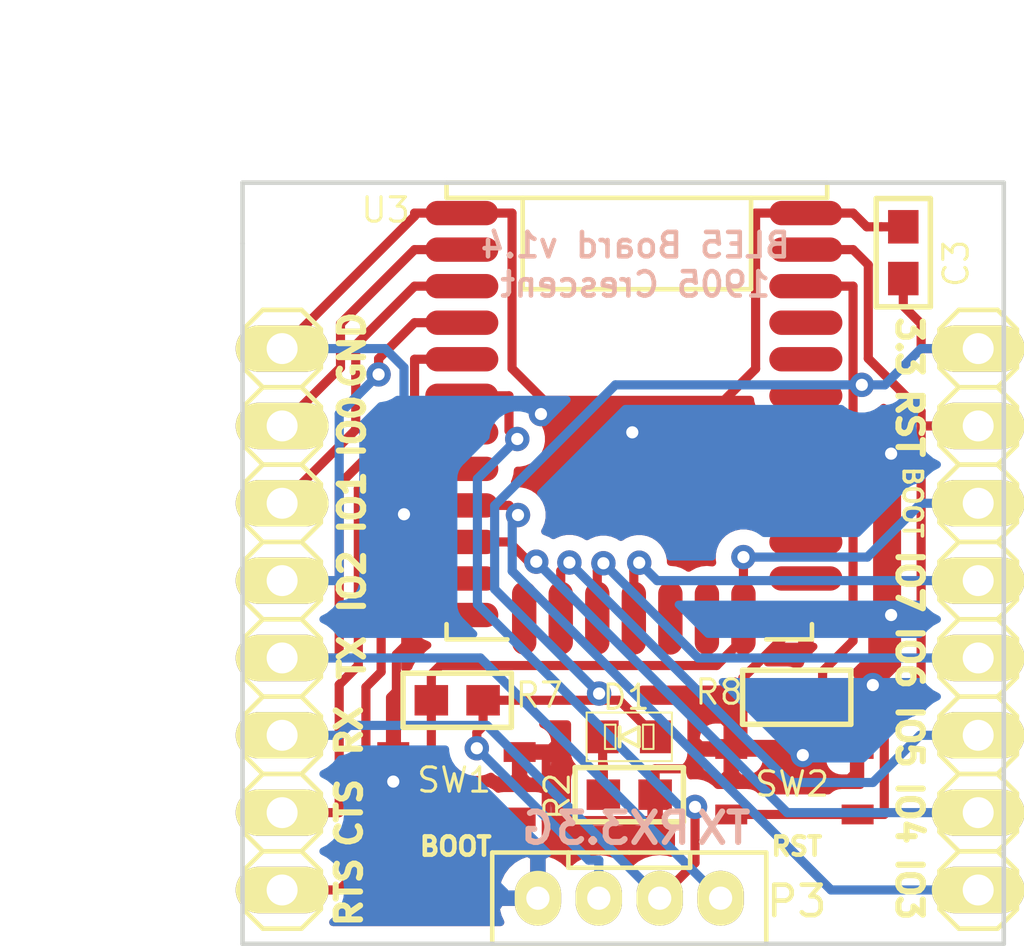
<source format=kicad_pcb>
(kicad_pcb (version 20171130) (host pcbnew "(5.1.0)-1")

  (general
    (thickness 1.6)
    (drawings 31)
    (tracks 222)
    (zones 0)
    (modules 11)
    (nets 18)
  )

  (page A4)
  (title_block
    (title BLE)
    (date 2019-05-22)
    (rev v1.4)
    (company Crescent)
  )

  (layers
    (0 F.Cu signal)
    (31 B.Cu signal)
    (32 B.Adhes user)
    (33 F.Adhes user)
    (34 B.Paste user)
    (35 F.Paste user)
    (36 B.SilkS user)
    (37 F.SilkS user)
    (38 B.Mask user)
    (39 F.Mask user)
    (40 Dwgs.User user)
    (41 Cmts.User user)
    (42 Eco1.User user)
    (43 Eco2.User user)
    (44 Edge.Cuts user)
    (45 Margin user)
    (46 B.CrtYd user hide)
    (47 F.CrtYd user)
    (48 B.Fab user)
    (49 F.Fab user hide)
  )

  (setup
    (last_trace_width 0.3)
    (trace_clearance 0.2)
    (zone_clearance 0.508)
    (zone_45_only no)
    (trace_min 0.2)
    (via_size 0.8)
    (via_drill 0.4)
    (via_min_size 0.8)
    (via_min_drill 0.3)
    (uvia_size 0.3)
    (uvia_drill 0.1)
    (uvias_allowed no)
    (uvia_min_size 0.2)
    (uvia_min_drill 0.1)
    (edge_width 0.15)
    (segment_width 0.2)
    (pcb_text_width 0.3)
    (pcb_text_size 1.5 1.5)
    (mod_edge_width 0.15)
    (mod_text_size 1 1)
    (mod_text_width 0.15)
    (pad_size 1.524 3.048)
    (pad_drill 1.016)
    (pad_to_mask_clearance 0.2)
    (solder_mask_min_width 0.25)
    (aux_axis_origin 0 0)
    (visible_elements 7FFFFF7F)
    (pcbplotparams
      (layerselection 0x010fc_ffffffff)
      (usegerberextensions true)
      (usegerberattributes false)
      (usegerberadvancedattributes false)
      (creategerberjobfile false)
      (excludeedgelayer true)
      (linewidth 0.050000)
      (plotframeref false)
      (viasonmask false)
      (mode 1)
      (useauxorigin false)
      (hpglpennumber 1)
      (hpglpenspeed 20)
      (hpglpendiameter 15.000000)
      (psnegative false)
      (psa4output false)
      (plotreference true)
      (plotvalue true)
      (plotinvisibletext false)
      (padsonsilk false)
      (subtractmaskfromsilk false)
      (outputformat 1)
      (mirror false)
      (drillshape 0)
      (scaleselection 1)
      (outputdirectory "GERBER/"))
  )

  (net 0 "")
  (net 1 GND)
  (net 2 +3V3)
  (net 3 "Net-(D1-PadK)")
  (net 4 /RST)
  (net 5 /BLE_TX)
  (net 6 /BLE_RX)
  (net 7 /GPIO0)
  (net 8 /GPIO1)
  (net 9 /GPIO2)
  (net 10 /CTS)
  (net 11 /RTS)
  (net 12 /BOOT)
  (net 13 /GPIO7)
  (net 14 /GPIO6)
  (net 15 /GPIO5)
  (net 16 /GPIO4)
  (net 17 /GPIO3)

  (net_class Default "これは標準のネット クラスです。"
    (clearance 0.2)
    (trace_width 0.3)
    (via_dia 0.8)
    (via_drill 0.4)
    (uvia_dia 0.3)
    (uvia_drill 0.1)
    (add_net +3V3)
    (add_net /BLE_RX)
    (add_net /BLE_TX)
    (add_net /BOOT)
    (add_net /CTS)
    (add_net /GPIO0)
    (add_net /GPIO1)
    (add_net /GPIO2)
    (add_net /GPIO3)
    (add_net /GPIO4)
    (add_net /GPIO5)
    (add_net /GPIO6)
    (add_net /GPIO7)
    (add_net /RST)
    (add_net /RTS)
    (add_net GND)
    (add_net "Net-(D1-PadK)")
  )

  (module smt:C-0603 (layer F.Cu) (tedit 5BDD9D5F) (tstamp 5BE2CED9)
    (at 134.7 41.3 90)
    (descr "0603 (1608 metric)")
    (tags "smt 0603")
    (path /5BDAE5DF)
    (fp_text reference C3 (at -1.2 2.2 90) (layer F.SilkS)
      (effects (font (size 0.8 0.8) (thickness 0.1)) (justify left bottom))
    )
    (fp_text value 0.1u (at 0 2.032 90) (layer F.SilkS) hide
      (effects (font (size 1 1) (thickness 0.18)))
    )
    (fp_line (start -1.778 0.889) (end -1.778 -0.889) (layer F.SilkS) (width 0.18))
    (fp_line (start 1.778 0.889) (end -1.778 0.889) (layer F.SilkS) (width 0.18))
    (fp_line (start 1.778 -0.889) (end 1.778 0.889) (layer F.SilkS) (width 0.18))
    (fp_line (start -1.778 -0.889) (end 1.778 -0.889) (layer F.SilkS) (width 0.18))
    (fp_line (start -1.778 0.889) (end -1.778 -0.889) (layer F.CrtYd) (width 0.05))
    (fp_line (start 1.778 0.889) (end -1.778 0.889) (layer F.CrtYd) (width 0.05))
    (fp_line (start 1.778 -0.889) (end 1.778 0.889) (layer F.CrtYd) (width 0.05))
    (fp_line (start -1.778 -0.889) (end 1.778 -0.889) (layer F.CrtYd) (width 0.05))
    (fp_line (start -0.762 0.381) (end -0.762 -0.381) (layer Dwgs.User) (width 0.05))
    (fp_line (start 0.762 0.381) (end -0.762 0.381) (layer Dwgs.User) (width 0.05))
    (fp_line (start 0.762 -0.381) (end 0.762 0.381) (layer Dwgs.User) (width 0.05))
    (fp_line (start -0.762 -0.381) (end 0.762 -0.381) (layer Dwgs.User) (width 0.05))
    (pad 2 smd rect (at 0.85 0 90) (size 1.1 1) (layers F.Cu F.Paste F.Mask)
      (net 1 GND))
    (pad 1 smd rect (at -0.85 0 90) (size 1.1 1) (layers F.Cu F.Paste F.Mask)
      (net 2 +3V3))
    (model smt.pretty/C-0603.wrl
      (at (xyz 0 0 0))
      (scale (xyz 1 1 0.8))
      (rotate (xyz 0 0 0))
    )
  )

  (module smt:R-0603 (layer F.Cu) (tedit 5CCC4A20) (tstamp 5BE2D0E1)
    (at 125.7 59.1)
    (descr "0603 (1608 metric)")
    (tags "smt 0603")
    (path /5A749FB6)
    (fp_text reference R2 (at -1.9 0.9 270) (layer F.SilkS)
      (effects (font (size 0.8 0.8) (thickness 0.1)) (justify left bottom))
    )
    (fp_text value 1k (at 0 2.032) (layer F.SilkS) hide
      (effects (font (size 1 1) (thickness 0.18)))
    )
    (fp_line (start -0.762 -0.381) (end 0.762 -0.381) (layer Dwgs.User) (width 0.05))
    (fp_line (start 0.762 -0.381) (end 0.762 0.381) (layer Dwgs.User) (width 0.05))
    (fp_line (start 0.762 0.381) (end -0.762 0.381) (layer Dwgs.User) (width 0.05))
    (fp_line (start -0.762 0.381) (end -0.762 -0.381) (layer Dwgs.User) (width 0.05))
    (fp_line (start -1.778 -0.889) (end 1.778 -0.889) (layer F.CrtYd) (width 0.05))
    (fp_line (start 1.778 -0.889) (end 1.778 0.889) (layer F.CrtYd) (width 0.05))
    (fp_line (start 1.778 0.889) (end -1.778 0.889) (layer F.CrtYd) (width 0.05))
    (fp_line (start -1.778 0.889) (end -1.778 -0.889) (layer F.CrtYd) (width 0.05))
    (fp_line (start -1.778 -0.889) (end 1.778 -0.889) (layer F.SilkS) (width 0.18))
    (fp_line (start 1.778 -0.889) (end 1.778 0.889) (layer F.SilkS) (width 0.18))
    (fp_line (start 1.778 0.889) (end -1.778 0.889) (layer F.SilkS) (width 0.18))
    (fp_line (start -1.778 0.889) (end -1.778 -0.889) (layer F.SilkS) (width 0.18))
    (pad 1 smd rect (at -0.85 0) (size 1.1 1) (layers F.Cu F.Paste F.Mask)
      (net 3 "Net-(D1-PadK)"))
    (pad 2 smd rect (at 0.85 0) (size 1.1 1) (layers F.Cu F.Paste F.Mask)
      (net 1 GND))
    (model smt.pretty/R-0603.wrl
      (at (xyz 0 0 0))
      (scale (xyz 1 1 1))
      (rotate (xyz 0 0 0))
    )
  )

  (module LED:generic-LED1608 (layer F.Cu) (tedit 5CCC49D0) (tstamp 5CB54055)
    (at 125.7 57.2 180)
    (descr "1608M 0603")
    (tags "1608M 0603")
    (path /5BEA332A)
    (attr smd)
    (fp_text reference D1 (at 0.1 1.3 180) (layer F.SilkS)
      (effects (font (size 0.8 0.8) (thickness 0.1)))
    )
    (fp_text value LED (at 1.27 -1.27 180) (layer F.SilkS) hide
      (effects (font (size 1.016 1.016) (thickness 0.0762)))
    )
    (fp_line (start -0.79756 0.39878) (end -0.44958 0.39878) (layer F.SilkS) (width 0.06604))
    (fp_line (start -0.44958 0.39878) (end -0.44958 -0.39878) (layer F.SilkS) (width 0.06604))
    (fp_line (start -0.79756 -0.39878) (end -0.44958 -0.39878) (layer F.SilkS) (width 0.06604))
    (fp_line (start -0.79756 0.39878) (end -0.79756 -0.39878) (layer F.SilkS) (width 0.06604))
    (fp_line (start 0.44958 0.39878) (end 0.79756 0.39878) (layer F.SilkS) (width 0.06604))
    (fp_line (start 0.79756 0.39878) (end 0.79756 -0.39878) (layer F.SilkS) (width 0.06604))
    (fp_line (start 0.44958 -0.39878) (end 0.79756 -0.39878) (layer F.SilkS) (width 0.06604))
    (fp_line (start 0.44958 0.39878) (end 0.44958 -0.39878) (layer F.SilkS) (width 0.06604))
    (fp_line (start -1.39954 0.79756) (end 1.39954 0.79756) (layer F.SilkS) (width 0.06604))
    (fp_line (start 1.39954 0.79756) (end 1.39954 -0.79756) (layer F.SilkS) (width 0.06604))
    (fp_line (start -1.39954 -0.79756) (end 1.39954 -0.79756) (layer F.SilkS) (width 0.06604))
    (fp_line (start -1.39954 0.79756) (end -1.39954 -0.79756) (layer F.SilkS) (width 0.06604))
    (fp_line (start 0.3175 -0.3175) (end 0.3175 0.3175) (layer F.SilkS) (width 0.127))
    (fp_line (start 0.3175 0) (end -0.3175 -0.3175) (layer F.SilkS) (width 0.127))
    (fp_line (start -0.3175 -0.3175) (end -0.3175 0.3175) (layer F.SilkS) (width 0.127))
    (fp_line (start -0.3175 0.3175) (end 0.3175 0) (layer F.SilkS) (width 0.127))
    (pad A smd rect (at -0.87376 0 180) (size 1.04902 1.0795) (layers F.Cu F.Paste F.Mask)
      (net 2 +3V3))
    (pad K smd rect (at 0.87376 0 180) (size 1.04902 1.0795) (layers F.Cu F.Paste F.Mask)
      (net 3 "Net-(D1-PadK)"))
  )

  (module pin-head:pinhead-1X08 (layer F.Cu) (tedit 5CB13FE4) (tstamp 5CB5489F)
    (at 114.3 53.34 270)
    (descr "PIN HEADER")
    (tags "PIN HEADER")
    (path /5E2EDF21)
    (attr virtual)
    (fp_text reference P1 (at -6.52 2.5 270) (layer F.SilkS) hide
      (effects (font (size 1.27 1.27) (thickness 0.127)))
    )
    (fp_text value CONN_01X08 (at -6.35 2.54 270) (layer F.SilkS) hide
      (effects (font (size 1.27 1.27) (thickness 0.1016)))
    )
    (fp_line (start 6.096 0.254) (end 6.604 0.254) (layer F.SilkS) (width 0.06604))
    (fp_line (start 6.604 0.254) (end 6.604 -0.254) (layer F.SilkS) (width 0.06604))
    (fp_line (start 6.096 -0.254) (end 6.604 -0.254) (layer F.SilkS) (width 0.06604))
    (fp_line (start 6.096 0.254) (end 6.096 -0.254) (layer F.SilkS) (width 0.06604))
    (fp_line (start 3.556 0.254) (end 4.064 0.254) (layer F.SilkS) (width 0.06604))
    (fp_line (start 4.064 0.254) (end 4.064 -0.254) (layer F.SilkS) (width 0.06604))
    (fp_line (start 3.556 -0.254) (end 4.064 -0.254) (layer F.SilkS) (width 0.06604))
    (fp_line (start 3.556 0.254) (end 3.556 -0.254) (layer F.SilkS) (width 0.06604))
    (fp_line (start 1.016 0.254) (end 1.524 0.254) (layer F.SilkS) (width 0.06604))
    (fp_line (start 1.524 0.254) (end 1.524 -0.254) (layer F.SilkS) (width 0.06604))
    (fp_line (start 1.016 -0.254) (end 1.524 -0.254) (layer F.SilkS) (width 0.06604))
    (fp_line (start 1.016 0.254) (end 1.016 -0.254) (layer F.SilkS) (width 0.06604))
    (fp_line (start -1.524 0.254) (end -1.016 0.254) (layer F.SilkS) (width 0.06604))
    (fp_line (start -1.016 0.254) (end -1.016 -0.254) (layer F.SilkS) (width 0.06604))
    (fp_line (start -1.524 -0.254) (end -1.016 -0.254) (layer F.SilkS) (width 0.06604))
    (fp_line (start -1.524 0.254) (end -1.524 -0.254) (layer F.SilkS) (width 0.06604))
    (fp_line (start -4.064 0.254) (end -3.556 0.254) (layer F.SilkS) (width 0.06604))
    (fp_line (start -3.556 0.254) (end -3.556 -0.254) (layer F.SilkS) (width 0.06604))
    (fp_line (start -4.064 -0.254) (end -3.556 -0.254) (layer F.SilkS) (width 0.06604))
    (fp_line (start -4.064 0.254) (end -4.064 -0.254) (layer F.SilkS) (width 0.06604))
    (fp_line (start -6.604 0.254) (end -6.096 0.254) (layer F.SilkS) (width 0.06604))
    (fp_line (start -6.096 0.254) (end -6.096 -0.254) (layer F.SilkS) (width 0.06604))
    (fp_line (start -6.604 -0.254) (end -6.096 -0.254) (layer F.SilkS) (width 0.06604))
    (fp_line (start -6.604 0.254) (end -6.604 -0.254) (layer F.SilkS) (width 0.06604))
    (fp_line (start -9.144 0.254) (end -8.636 0.254) (layer F.SilkS) (width 0.06604))
    (fp_line (start -8.636 0.254) (end -8.636 -0.254) (layer F.SilkS) (width 0.06604))
    (fp_line (start -9.144 -0.254) (end -8.636 -0.254) (layer F.SilkS) (width 0.06604))
    (fp_line (start -9.144 0.254) (end -9.144 -0.254) (layer F.SilkS) (width 0.06604))
    (fp_line (start 8.636 0.254) (end 9.144 0.254) (layer F.SilkS) (width 0.06604))
    (fp_line (start 9.144 0.254) (end 9.144 -0.254) (layer F.SilkS) (width 0.06604))
    (fp_line (start 8.636 -0.254) (end 9.144 -0.254) (layer F.SilkS) (width 0.06604))
    (fp_line (start 8.636 0.254) (end 8.636 -0.254) (layer F.SilkS) (width 0.06604))
    (fp_line (start 5.715 -1.27) (end 6.985 -1.27) (layer F.SilkS) (width 0.1524))
    (fp_line (start 6.985 -1.27) (end 7.62 -0.635) (layer F.SilkS) (width 0.1524))
    (fp_line (start 7.62 -0.635) (end 7.62 0.635) (layer F.SilkS) (width 0.1524))
    (fp_line (start 7.62 0.635) (end 6.985 1.27) (layer F.SilkS) (width 0.1524))
    (fp_line (start 2.54 -0.635) (end 3.175 -1.27) (layer F.SilkS) (width 0.1524))
    (fp_line (start 3.175 -1.27) (end 4.445 -1.27) (layer F.SilkS) (width 0.1524))
    (fp_line (start 4.445 -1.27) (end 5.08 -0.635) (layer F.SilkS) (width 0.1524))
    (fp_line (start 5.08 -0.635) (end 5.08 0.635) (layer F.SilkS) (width 0.1524))
    (fp_line (start 5.08 0.635) (end 4.445 1.27) (layer F.SilkS) (width 0.1524))
    (fp_line (start 4.445 1.27) (end 3.175 1.27) (layer F.SilkS) (width 0.1524))
    (fp_line (start 3.175 1.27) (end 2.54 0.635) (layer F.SilkS) (width 0.1524))
    (fp_line (start 5.715 -1.27) (end 5.08 -0.635) (layer F.SilkS) (width 0.1524))
    (fp_line (start 5.08 0.635) (end 5.715 1.27) (layer F.SilkS) (width 0.1524))
    (fp_line (start 6.985 1.27) (end 5.715 1.27) (layer F.SilkS) (width 0.1524))
    (fp_line (start -1.905 -1.27) (end -0.635 -1.27) (layer F.SilkS) (width 0.1524))
    (fp_line (start -0.635 -1.27) (end 0 -0.635) (layer F.SilkS) (width 0.1524))
    (fp_line (start 0 -0.635) (end 0 0.635) (layer F.SilkS) (width 0.1524))
    (fp_line (start 0 0.635) (end -0.635 1.27) (layer F.SilkS) (width 0.1524))
    (fp_line (start 0 -0.635) (end 0.635 -1.27) (layer F.SilkS) (width 0.1524))
    (fp_line (start 0.635 -1.27) (end 1.905 -1.27) (layer F.SilkS) (width 0.1524))
    (fp_line (start 1.905 -1.27) (end 2.54 -0.635) (layer F.SilkS) (width 0.1524))
    (fp_line (start 2.54 -0.635) (end 2.54 0.635) (layer F.SilkS) (width 0.1524))
    (fp_line (start 2.54 0.635) (end 1.905 1.27) (layer F.SilkS) (width 0.1524))
    (fp_line (start 1.905 1.27) (end 0.635 1.27) (layer F.SilkS) (width 0.1524))
    (fp_line (start 0.635 1.27) (end 0 0.635) (layer F.SilkS) (width 0.1524))
    (fp_line (start -5.08 -0.635) (end -4.445 -1.27) (layer F.SilkS) (width 0.1524))
    (fp_line (start -4.445 -1.27) (end -3.175 -1.27) (layer F.SilkS) (width 0.1524))
    (fp_line (start -3.175 -1.27) (end -2.54 -0.635) (layer F.SilkS) (width 0.1524))
    (fp_line (start -2.54 -0.635) (end -2.54 0.635) (layer F.SilkS) (width 0.1524))
    (fp_line (start -2.54 0.635) (end -3.175 1.27) (layer F.SilkS) (width 0.1524))
    (fp_line (start -3.175 1.27) (end -4.445 1.27) (layer F.SilkS) (width 0.1524))
    (fp_line (start -4.445 1.27) (end -5.08 0.635) (layer F.SilkS) (width 0.1524))
    (fp_line (start -1.905 -1.27) (end -2.54 -0.635) (layer F.SilkS) (width 0.1524))
    (fp_line (start -2.54 0.635) (end -1.905 1.27) (layer F.SilkS) (width 0.1524))
    (fp_line (start -0.635 1.27) (end -1.905 1.27) (layer F.SilkS) (width 0.1524))
    (fp_line (start -9.525 -1.27) (end -8.255 -1.27) (layer F.SilkS) (width 0.1524))
    (fp_line (start -8.255 -1.27) (end -7.62 -0.635) (layer F.SilkS) (width 0.1524))
    (fp_line (start -7.62 -0.635) (end -7.62 0.635) (layer F.SilkS) (width 0.1524))
    (fp_line (start -7.62 0.635) (end -8.255 1.27) (layer F.SilkS) (width 0.1524))
    (fp_line (start -7.62 -0.635) (end -6.985 -1.27) (layer F.SilkS) (width 0.1524))
    (fp_line (start -6.985 -1.27) (end -5.715 -1.27) (layer F.SilkS) (width 0.1524))
    (fp_line (start -5.715 -1.27) (end -5.08 -0.635) (layer F.SilkS) (width 0.1524))
    (fp_line (start -5.08 -0.635) (end -5.08 0.635) (layer F.SilkS) (width 0.1524))
    (fp_line (start -5.08 0.635) (end -5.715 1.27) (layer F.SilkS) (width 0.1524))
    (fp_line (start -5.715 1.27) (end -6.985 1.27) (layer F.SilkS) (width 0.1524))
    (fp_line (start -6.985 1.27) (end -7.62 0.635) (layer F.SilkS) (width 0.1524))
    (fp_line (start -10.16 -0.635) (end -10.16 0.635) (layer F.SilkS) (width 0.1524))
    (fp_line (start -9.525 -1.27) (end -10.16 -0.635) (layer F.SilkS) (width 0.1524))
    (fp_line (start -10.16 0.635) (end -9.525 1.27) (layer F.SilkS) (width 0.1524))
    (fp_line (start -8.255 1.27) (end -9.525 1.27) (layer F.SilkS) (width 0.1524))
    (fp_line (start 8.255 -1.27) (end 9.525 -1.27) (layer F.SilkS) (width 0.1524))
    (fp_line (start 9.525 -1.27) (end 10.16 -0.635) (layer F.SilkS) (width 0.1524))
    (fp_line (start 10.16 -0.635) (end 10.16 0.635) (layer F.SilkS) (width 0.1524))
    (fp_line (start 10.16 0.635) (end 9.525 1.27) (layer F.SilkS) (width 0.1524))
    (fp_line (start 8.255 -1.27) (end 7.62 -0.635) (layer F.SilkS) (width 0.1524))
    (fp_line (start 7.62 0.635) (end 8.255 1.27) (layer F.SilkS) (width 0.1524))
    (fp_line (start 9.525 1.27) (end 8.255 1.27) (layer F.SilkS) (width 0.1524))
    (pad 1 thru_hole oval (at -8.89 0 90) (size 1.524 3.048) (drill 1.016) (layers *.Cu *.Paste *.Mask F.SilkS)
      (net 1 GND))
    (pad 2 thru_hole oval (at -6.35 0 90) (size 1.524 3.048) (drill 1.016) (layers *.Cu *.Paste *.Mask F.SilkS)
      (net 7 /GPIO0))
    (pad 3 thru_hole oval (at -3.81 0 90) (size 1.524 3.048) (drill 1.016) (layers *.Cu *.Paste *.Mask F.SilkS)
      (net 8 /GPIO1))
    (pad 4 thru_hole oval (at -1.27 0 90) (size 1.524 3.048) (drill 1.016) (layers *.Cu *.Paste *.Mask F.SilkS)
      (net 9 /GPIO2))
    (pad 5 thru_hole oval (at 1.27 0 90) (size 1.524 3.048) (drill 1.016) (layers *.Cu *.Paste *.Mask F.SilkS)
      (net 5 /BLE_TX))
    (pad 6 thru_hole oval (at 3.81 0 90) (size 1.524 3.048) (drill 1.016) (layers *.Cu *.Paste *.Mask F.SilkS)
      (net 6 /BLE_RX))
    (pad 7 thru_hole oval (at 6.35 0 90) (size 1.524 3.048) (drill 1.016) (layers *.Cu *.Paste *.Mask F.SilkS)
      (net 10 /CTS))
    (pad 8 thru_hole oval (at 8.89 0 90) (size 1.524 3.048) (drill 1.016) (layers *.Cu *.Paste *.Mask F.SilkS)
      (net 11 /RTS))
  )

  (module pin-head:pinhead-1X08 (layer F.Cu) (tedit 5CB1401C) (tstamp 5CB555EF)
    (at 137.16 53.34 90)
    (descr "PIN HEADER")
    (tags "PIN HEADER")
    (path /5CB1C480)
    (attr virtual)
    (fp_text reference P2 (at -7.0612 -2.4638 90) (layer F.SilkS) hide
      (effects (font (size 1.27 1.27) (thickness 0.127)))
    )
    (fp_text value CONN_01X08 (at -6.35 2.54 90) (layer F.SilkS) hide
      (effects (font (size 1.27 1.27) (thickness 0.1016)))
    )
    (fp_line (start 9.525 1.27) (end 8.255 1.27) (layer F.SilkS) (width 0.1524))
    (fp_line (start 7.62 0.635) (end 8.255 1.27) (layer F.SilkS) (width 0.1524))
    (fp_line (start 8.255 -1.27) (end 7.62 -0.635) (layer F.SilkS) (width 0.1524))
    (fp_line (start 10.16 0.635) (end 9.525 1.27) (layer F.SilkS) (width 0.1524))
    (fp_line (start 10.16 -0.635) (end 10.16 0.635) (layer F.SilkS) (width 0.1524))
    (fp_line (start 9.525 -1.27) (end 10.16 -0.635) (layer F.SilkS) (width 0.1524))
    (fp_line (start 8.255 -1.27) (end 9.525 -1.27) (layer F.SilkS) (width 0.1524))
    (fp_line (start -8.255 1.27) (end -9.525 1.27) (layer F.SilkS) (width 0.1524))
    (fp_line (start -10.16 0.635) (end -9.525 1.27) (layer F.SilkS) (width 0.1524))
    (fp_line (start -9.525 -1.27) (end -10.16 -0.635) (layer F.SilkS) (width 0.1524))
    (fp_line (start -10.16 -0.635) (end -10.16 0.635) (layer F.SilkS) (width 0.1524))
    (fp_line (start -6.985 1.27) (end -7.62 0.635) (layer F.SilkS) (width 0.1524))
    (fp_line (start -5.715 1.27) (end -6.985 1.27) (layer F.SilkS) (width 0.1524))
    (fp_line (start -5.08 0.635) (end -5.715 1.27) (layer F.SilkS) (width 0.1524))
    (fp_line (start -5.08 -0.635) (end -5.08 0.635) (layer F.SilkS) (width 0.1524))
    (fp_line (start -5.715 -1.27) (end -5.08 -0.635) (layer F.SilkS) (width 0.1524))
    (fp_line (start -6.985 -1.27) (end -5.715 -1.27) (layer F.SilkS) (width 0.1524))
    (fp_line (start -7.62 -0.635) (end -6.985 -1.27) (layer F.SilkS) (width 0.1524))
    (fp_line (start -7.62 0.635) (end -8.255 1.27) (layer F.SilkS) (width 0.1524))
    (fp_line (start -7.62 -0.635) (end -7.62 0.635) (layer F.SilkS) (width 0.1524))
    (fp_line (start -8.255 -1.27) (end -7.62 -0.635) (layer F.SilkS) (width 0.1524))
    (fp_line (start -9.525 -1.27) (end -8.255 -1.27) (layer F.SilkS) (width 0.1524))
    (fp_line (start -0.635 1.27) (end -1.905 1.27) (layer F.SilkS) (width 0.1524))
    (fp_line (start -2.54 0.635) (end -1.905 1.27) (layer F.SilkS) (width 0.1524))
    (fp_line (start -1.905 -1.27) (end -2.54 -0.635) (layer F.SilkS) (width 0.1524))
    (fp_line (start -4.445 1.27) (end -5.08 0.635) (layer F.SilkS) (width 0.1524))
    (fp_line (start -3.175 1.27) (end -4.445 1.27) (layer F.SilkS) (width 0.1524))
    (fp_line (start -2.54 0.635) (end -3.175 1.27) (layer F.SilkS) (width 0.1524))
    (fp_line (start -2.54 -0.635) (end -2.54 0.635) (layer F.SilkS) (width 0.1524))
    (fp_line (start -3.175 -1.27) (end -2.54 -0.635) (layer F.SilkS) (width 0.1524))
    (fp_line (start -4.445 -1.27) (end -3.175 -1.27) (layer F.SilkS) (width 0.1524))
    (fp_line (start -5.08 -0.635) (end -4.445 -1.27) (layer F.SilkS) (width 0.1524))
    (fp_line (start 0.635 1.27) (end 0 0.635) (layer F.SilkS) (width 0.1524))
    (fp_line (start 1.905 1.27) (end 0.635 1.27) (layer F.SilkS) (width 0.1524))
    (fp_line (start 2.54 0.635) (end 1.905 1.27) (layer F.SilkS) (width 0.1524))
    (fp_line (start 2.54 -0.635) (end 2.54 0.635) (layer F.SilkS) (width 0.1524))
    (fp_line (start 1.905 -1.27) (end 2.54 -0.635) (layer F.SilkS) (width 0.1524))
    (fp_line (start 0.635 -1.27) (end 1.905 -1.27) (layer F.SilkS) (width 0.1524))
    (fp_line (start 0 -0.635) (end 0.635 -1.27) (layer F.SilkS) (width 0.1524))
    (fp_line (start 0 0.635) (end -0.635 1.27) (layer F.SilkS) (width 0.1524))
    (fp_line (start 0 -0.635) (end 0 0.635) (layer F.SilkS) (width 0.1524))
    (fp_line (start -0.635 -1.27) (end 0 -0.635) (layer F.SilkS) (width 0.1524))
    (fp_line (start -1.905 -1.27) (end -0.635 -1.27) (layer F.SilkS) (width 0.1524))
    (fp_line (start 6.985 1.27) (end 5.715 1.27) (layer F.SilkS) (width 0.1524))
    (fp_line (start 5.08 0.635) (end 5.715 1.27) (layer F.SilkS) (width 0.1524))
    (fp_line (start 5.715 -1.27) (end 5.08 -0.635) (layer F.SilkS) (width 0.1524))
    (fp_line (start 3.175 1.27) (end 2.54 0.635) (layer F.SilkS) (width 0.1524))
    (fp_line (start 4.445 1.27) (end 3.175 1.27) (layer F.SilkS) (width 0.1524))
    (fp_line (start 5.08 0.635) (end 4.445 1.27) (layer F.SilkS) (width 0.1524))
    (fp_line (start 5.08 -0.635) (end 5.08 0.635) (layer F.SilkS) (width 0.1524))
    (fp_line (start 4.445 -1.27) (end 5.08 -0.635) (layer F.SilkS) (width 0.1524))
    (fp_line (start 3.175 -1.27) (end 4.445 -1.27) (layer F.SilkS) (width 0.1524))
    (fp_line (start 2.54 -0.635) (end 3.175 -1.27) (layer F.SilkS) (width 0.1524))
    (fp_line (start 7.62 0.635) (end 6.985 1.27) (layer F.SilkS) (width 0.1524))
    (fp_line (start 7.62 -0.635) (end 7.62 0.635) (layer F.SilkS) (width 0.1524))
    (fp_line (start 6.985 -1.27) (end 7.62 -0.635) (layer F.SilkS) (width 0.1524))
    (fp_line (start 5.715 -1.27) (end 6.985 -1.27) (layer F.SilkS) (width 0.1524))
    (fp_line (start 8.636 0.254) (end 8.636 -0.254) (layer F.SilkS) (width 0.06604))
    (fp_line (start 8.636 -0.254) (end 9.144 -0.254) (layer F.SilkS) (width 0.06604))
    (fp_line (start 9.144 0.254) (end 9.144 -0.254) (layer F.SilkS) (width 0.06604))
    (fp_line (start 8.636 0.254) (end 9.144 0.254) (layer F.SilkS) (width 0.06604))
    (fp_line (start -9.144 0.254) (end -9.144 -0.254) (layer F.SilkS) (width 0.06604))
    (fp_line (start -9.144 -0.254) (end -8.636 -0.254) (layer F.SilkS) (width 0.06604))
    (fp_line (start -8.636 0.254) (end -8.636 -0.254) (layer F.SilkS) (width 0.06604))
    (fp_line (start -9.144 0.254) (end -8.636 0.254) (layer F.SilkS) (width 0.06604))
    (fp_line (start -6.604 0.254) (end -6.604 -0.254) (layer F.SilkS) (width 0.06604))
    (fp_line (start -6.604 -0.254) (end -6.096 -0.254) (layer F.SilkS) (width 0.06604))
    (fp_line (start -6.096 0.254) (end -6.096 -0.254) (layer F.SilkS) (width 0.06604))
    (fp_line (start -6.604 0.254) (end -6.096 0.254) (layer F.SilkS) (width 0.06604))
    (fp_line (start -4.064 0.254) (end -4.064 -0.254) (layer F.SilkS) (width 0.06604))
    (fp_line (start -4.064 -0.254) (end -3.556 -0.254) (layer F.SilkS) (width 0.06604))
    (fp_line (start -3.556 0.254) (end -3.556 -0.254) (layer F.SilkS) (width 0.06604))
    (fp_line (start -4.064 0.254) (end -3.556 0.254) (layer F.SilkS) (width 0.06604))
    (fp_line (start -1.524 0.254) (end -1.524 -0.254) (layer F.SilkS) (width 0.06604))
    (fp_line (start -1.524 -0.254) (end -1.016 -0.254) (layer F.SilkS) (width 0.06604))
    (fp_line (start -1.016 0.254) (end -1.016 -0.254) (layer F.SilkS) (width 0.06604))
    (fp_line (start -1.524 0.254) (end -1.016 0.254) (layer F.SilkS) (width 0.06604))
    (fp_line (start 1.016 0.254) (end 1.016 -0.254) (layer F.SilkS) (width 0.06604))
    (fp_line (start 1.016 -0.254) (end 1.524 -0.254) (layer F.SilkS) (width 0.06604))
    (fp_line (start 1.524 0.254) (end 1.524 -0.254) (layer F.SilkS) (width 0.06604))
    (fp_line (start 1.016 0.254) (end 1.524 0.254) (layer F.SilkS) (width 0.06604))
    (fp_line (start 3.556 0.254) (end 3.556 -0.254) (layer F.SilkS) (width 0.06604))
    (fp_line (start 3.556 -0.254) (end 4.064 -0.254) (layer F.SilkS) (width 0.06604))
    (fp_line (start 4.064 0.254) (end 4.064 -0.254) (layer F.SilkS) (width 0.06604))
    (fp_line (start 3.556 0.254) (end 4.064 0.254) (layer F.SilkS) (width 0.06604))
    (fp_line (start 6.096 0.254) (end 6.096 -0.254) (layer F.SilkS) (width 0.06604))
    (fp_line (start 6.096 -0.254) (end 6.604 -0.254) (layer F.SilkS) (width 0.06604))
    (fp_line (start 6.604 0.254) (end 6.604 -0.254) (layer F.SilkS) (width 0.06604))
    (fp_line (start 6.096 0.254) (end 6.604 0.254) (layer F.SilkS) (width 0.06604))
    (pad 8 thru_hole oval (at 8.89 0 270) (size 1.524 3.048) (drill 1.016) (layers *.Cu *.Paste *.Mask F.SilkS)
      (net 2 +3V3))
    (pad 7 thru_hole oval (at 6.35 0 270) (size 1.524 3.048) (drill 1.016) (layers *.Cu *.Paste *.Mask F.SilkS)
      (net 4 /RST))
    (pad 6 thru_hole oval (at 3.81 0 270) (size 1.524 3.048) (drill 1.016) (layers *.Cu *.Paste *.Mask F.SilkS)
      (net 12 /BOOT))
    (pad 5 thru_hole oval (at 1.27 0 270) (size 1.524 3.048) (drill 1.016) (layers *.Cu *.Paste *.Mask F.SilkS)
      (net 13 /GPIO7))
    (pad 4 thru_hole oval (at -1.27 0 270) (size 1.524 3.048) (drill 1.016) (layers *.Cu *.Paste *.Mask F.SilkS)
      (net 14 /GPIO6))
    (pad 3 thru_hole oval (at -3.81 0 270) (size 1.524 3.048) (drill 1.016) (layers *.Cu *.Paste *.Mask F.SilkS)
      (net 15 /GPIO5))
    (pad 2 thru_hole oval (at -6.35 0 270) (size 1.524 3.048) (drill 1.016) (layers *.Cu *.Paste *.Mask F.SilkS)
      (net 16 /GPIO4))
    (pad 1 thru_hole oval (at -8.89 0 270) (size 1.524 3.048) (drill 1.016) (layers *.Cu *.Paste *.Mask F.SilkS)
      (net 17 /GPIO3))
  )

  (module smt:R-0603 (layer F.Cu) (tedit 5CCC4A47) (tstamp 5CB54167)
    (at 120.05 56 180)
    (descr "0603 (1608 metric)")
    (tags "smt 0603")
    (path /5CB4E32D)
    (fp_text reference R7 (at -1.85 -0.3) (layer F.SilkS)
      (effects (font (size 0.8 0.8) (thickness 0.1)) (justify left bottom))
    )
    (fp_text value 20k (at 0 2.032 180) (layer F.SilkS) hide
      (effects (font (size 1 1) (thickness 0.18)))
    )
    (fp_line (start -0.762 -0.381) (end 0.762 -0.381) (layer Dwgs.User) (width 0.05))
    (fp_line (start 0.762 -0.381) (end 0.762 0.381) (layer Dwgs.User) (width 0.05))
    (fp_line (start 0.762 0.381) (end -0.762 0.381) (layer Dwgs.User) (width 0.05))
    (fp_line (start -0.762 0.381) (end -0.762 -0.381) (layer Dwgs.User) (width 0.05))
    (fp_line (start -1.778 -0.889) (end 1.778 -0.889) (layer F.CrtYd) (width 0.05))
    (fp_line (start 1.778 -0.889) (end 1.778 0.889) (layer F.CrtYd) (width 0.05))
    (fp_line (start 1.778 0.889) (end -1.778 0.889) (layer F.CrtYd) (width 0.05))
    (fp_line (start -1.778 0.889) (end -1.778 -0.889) (layer F.CrtYd) (width 0.05))
    (fp_line (start -1.778 -0.889) (end 1.778 -0.889) (layer F.SilkS) (width 0.18))
    (fp_line (start 1.778 -0.889) (end 1.778 0.889) (layer F.SilkS) (width 0.18))
    (fp_line (start 1.778 0.889) (end -1.778 0.889) (layer F.SilkS) (width 0.18))
    (fp_line (start -1.778 0.889) (end -1.778 -0.889) (layer F.SilkS) (width 0.18))
    (pad 1 smd rect (at -0.85 0 180) (size 1.1 1) (layers F.Cu F.Paste F.Mask)
      (net 2 +3V3))
    (pad 2 smd rect (at 0.85 0 180) (size 1.1 1) (layers F.Cu F.Paste F.Mask)
      (net 12 /BOOT))
    (model smt.pretty/R-0603.wrl
      (at (xyz 0 0 0))
      (scale (xyz 1 1 1))
      (rotate (xyz 0 0 0))
    )
  )

  (module smt:R-0603 (layer F.Cu) (tedit 5CCC4A34) (tstamp 5CB54179)
    (at 131.2 55.9 180)
    (descr "0603 (1608 metric)")
    (tags "smt 0603")
    (path /5CB47C8A)
    (fp_text reference R8 (at 3.4 -0.3) (layer F.SilkS)
      (effects (font (size 0.8 0.8) (thickness 0.1)) (justify left bottom))
    )
    (fp_text value 20k (at 0 2.032 180) (layer F.SilkS) hide
      (effects (font (size 1 1) (thickness 0.18)))
    )
    (fp_line (start -1.778 0.889) (end -1.778 -0.889) (layer F.SilkS) (width 0.18))
    (fp_line (start 1.778 0.889) (end -1.778 0.889) (layer F.SilkS) (width 0.18))
    (fp_line (start 1.778 -0.889) (end 1.778 0.889) (layer F.SilkS) (width 0.18))
    (fp_line (start -1.778 -0.889) (end 1.778 -0.889) (layer F.SilkS) (width 0.18))
    (fp_line (start -1.778 0.889) (end -1.778 -0.889) (layer F.CrtYd) (width 0.05))
    (fp_line (start 1.778 0.889) (end -1.778 0.889) (layer F.CrtYd) (width 0.05))
    (fp_line (start 1.778 -0.889) (end 1.778 0.889) (layer F.CrtYd) (width 0.05))
    (fp_line (start -1.778 -0.889) (end 1.778 -0.889) (layer F.CrtYd) (width 0.05))
    (fp_line (start -0.762 0.381) (end -0.762 -0.381) (layer Dwgs.User) (width 0.05))
    (fp_line (start 0.762 0.381) (end -0.762 0.381) (layer Dwgs.User) (width 0.05))
    (fp_line (start 0.762 -0.381) (end 0.762 0.381) (layer Dwgs.User) (width 0.05))
    (fp_line (start -0.762 -0.381) (end 0.762 -0.381) (layer Dwgs.User) (width 0.05))
    (pad 2 smd rect (at 0.85 0 180) (size 1.1 1) (layers F.Cu F.Paste F.Mask)
      (net 4 /RST))
    (pad 1 smd rect (at -0.85 0 180) (size 1.1 1) (layers F.Cu F.Paste F.Mask)
      (net 2 +3V3))
    (model smt.pretty/R-0603.wrl
      (at (xyz 0 0 0))
      (scale (xyz 1 1 1))
      (rotate (xyz 0 0 0))
    )
  )

  (module SMD_PUSHSWITCH:SKRPACE010 (layer F.Cu) (tedit 5C281D83) (tstamp 5CB54FDD)
    (at 122.1 57.7 180)
    (path /5CB4E320)
    (fp_text reference SW1 (at 2.15 -0.92 180) (layer F.SilkS)
      (effects (font (size 0.8 0.8) (thickness 0.1)))
    )
    (fp_text value SW_Push (at 2 -3.5 180) (layer F.Fab)
      (effects (font (size 1 1) (thickness 0.15)))
    )
    (pad 1 smd rect (at 0 -2.15 180) (size 1.05 0.65) (layers F.Cu F.Paste F.Mask)
      (net 12 /BOOT))
    (pad 1 smd rect (at 4.15 -2.15 180) (size 1.05 0.65) (layers F.Cu F.Paste F.Mask)
      (net 12 /BOOT))
    (pad 2 smd rect (at 0 0 180) (size 1.05 0.65) (layers F.Cu F.Paste F.Mask)
      (net 1 GND))
    (pad 2 smd rect (at 4.15 0 180) (size 1.05 0.65) (layers F.Cu F.Paste F.Mask)
      (net 1 GND))
  )

  (module SMD_PUSHSWITCH:SKRPACE010 (layer F.Cu) (tedit 5C281D83) (tstamp 5CB54189)
    (at 133.2 57.6 180)
    (path /5CB4561D)
    (fp_text reference SW2 (at 2.15 -1.15 180) (layer F.SilkS)
      (effects (font (size 0.8 0.8) (thickness 0.1)))
    )
    (fp_text value SW_Push (at 2 -3.5 180) (layer F.Fab)
      (effects (font (size 1 1) (thickness 0.15)))
    )
    (pad 2 smd rect (at 4.15 0 180) (size 1.05 0.65) (layers F.Cu F.Paste F.Mask)
      (net 1 GND))
    (pad 2 smd rect (at 0 0 180) (size 1.05 0.65) (layers F.Cu F.Paste F.Mask)
      (net 1 GND))
    (pad 1 smd rect (at 4.15 -2.15 180) (size 1.05 0.65) (layers F.Cu F.Paste F.Mask)
      (net 4 /RST))
    (pad 1 smd rect (at 0 -2.15 180) (size 1.05 0.65) (layers F.Cu F.Paste F.Mask)
      (net 4 /RST))
  )

  (module ble:bgm13p-smd (layer F.Cu) (tedit 5CCC4A67) (tstamp 5CB5418A)
    (at 120.2 40)
    (path /5E2D077C)
    (fp_text reference U3 (at -2.5 -0.1) (layer F.SilkS)
      (effects (font (size 0.8 0.8) (thickness 0.1)))
    )
    (fp_text value BGX13P (at 6 5.5) (layer F.Fab)
      (effects (font (size 1 1) (thickness 0.15)))
    )
    (fp_line (start 2 -0.5) (end 2 2.5) (layer F.SilkS) (width 0.15))
    (fp_line (start 2 2.5) (end 9.5 2.5) (layer F.SilkS) (width 0.15))
    (fp_line (start 9.5 2.5) (end 9.5 -0.5) (layer F.SilkS) (width 0.15))
    (fp_line (start 9.5 -0.5) (end 2 -0.5) (layer F.SilkS) (width 0.15))
    (fp_line (start -0.5 14) (end 1.5 14) (layer F.SilkS) (width 0.15))
    (fp_line (start 10 14) (end 11.5 14) (layer F.SilkS) (width 0.15))
    (fp_line (start 12 -0.5) (end 9.5 -0.5) (layer F.SilkS) (width 0.15))
    (fp_line (start 2 -0.5) (end -0.5 -0.5) (layer F.SilkS) (width 0.15))
    (fp_line (start 12 -0.5) (end 12 -1) (layer F.SilkS) (width 0.15))
    (fp_line (start 12 -1) (end -0.5 -1) (layer F.SilkS) (width 0.15))
    (fp_line (start -0.5 -1) (end -0.5 -0.5) (layer F.SilkS) (width 0.15))
    (fp_line (start -0.5 14) (end -0.5 13.5) (layer F.SilkS) (width 0.15))
    (fp_line (start 11.5 14) (end 11.5 13.5) (layer F.SilkS) (width 0.15))
    (pad 1 smd oval (at 0 0) (size 2.4 0.8) (layers F.Cu F.Paste F.Mask)
      (net 1 GND))
    (pad 2 smd oval (at 0 1.2) (size 2.4 0.8) (layers F.Cu F.Paste F.Mask)
      (net 7 /GPIO0))
    (pad 3 smd oval (at 0 2.4) (size 2.4 0.8) (layers F.Cu F.Paste F.Mask)
      (net 8 /GPIO1))
    (pad 4 smd oval (at 0 3.6) (size 2.4 0.8) (layers F.Cu F.Paste F.Mask)
      (net 9 /GPIO2))
    (pad 5 smd oval (at 0 4.8) (size 2.4 0.8) (layers F.Cu F.Paste F.Mask)
      (net 5 /BLE_TX))
    (pad 6 smd oval (at 0 6) (size 2.4 0.8) (layers F.Cu F.Paste F.Mask)
      (net 6 /BLE_RX))
    (pad 7 smd oval (at 0 7.2) (size 2.4 0.8) (layers F.Cu F.Paste F.Mask)
      (net 10 /CTS))
    (pad 8 smd oval (at 0 8.4) (size 2.4 0.8) (layers F.Cu F.Paste F.Mask)
      (net 11 /RTS))
    (pad 9 smd oval (at 0 9.6) (size 2.4 0.8) (layers F.Cu F.Paste F.Mask)
      (net 17 /GPIO3))
    (pad 10 smd oval (at 0 10.8) (size 2.4 0.8) (layers F.Cu F.Paste F.Mask)
      (net 16 /GPIO4))
    (pad 11 smd oval (at 0 12) (size 2.4 0.8) (layers F.Cu F.Paste F.Mask))
    (pad 12 smd oval (at 0 13.2) (size 2.4 0.8) (layers F.Cu F.Paste F.Mask)
      (net 1 GND))
    (pad 13 smd oval (at 2.05 13.3 90) (size 2.4 0.8) (layers F.Cu F.Paste F.Mask))
    (pad 14 smd oval (at 3.25 13.3 90) (size 2.4 0.8) (layers F.Cu F.Paste F.Mask)
      (net 15 /GPIO5))
    (pad 15 smd oval (at 4.45 13.3 90) (size 2.4 0.8) (layers F.Cu F.Paste F.Mask)
      (net 14 /GPIO6))
    (pad 16 smd oval (at 5.65 13.3 90) (size 2.4 0.8) (layers F.Cu F.Paste F.Mask)
      (net 13 /GPIO7))
    (pad 17 smd oval (at 6.85 13.3 90) (size 2.4 0.8) (layers F.Cu F.Paste F.Mask))
    (pad 18 smd oval (at 8.05 13.3 90) (size 2.4 0.8) (layers F.Cu F.Paste F.Mask))
    (pad 19 smd oval (at 9.25 13.3 90) (size 2.4 0.8) (layers F.Cu F.Paste F.Mask)
      (net 12 /BOOT))
    (pad 20 smd oval (at 11.3 13.2) (size 2.4 0.8) (layers F.Cu F.Paste F.Mask)
      (net 1 GND))
    (pad 21 smd oval (at 11.3 12) (size 2.4 0.8) (layers F.Cu F.Paste F.Mask))
    (pad 22 smd oval (at 11.3 10.8) (size 2.4 0.8) (layers F.Cu F.Paste F.Mask))
    (pad 23 smd oval (at 11.3 9.6) (size 2.4 0.8) (layers F.Cu F.Paste F.Mask))
    (pad 24 smd oval (at 11.3 8.4) (size 2.4 0.8) (layers F.Cu F.Paste F.Mask))
    (pad 25 smd oval (at 11.3 7.2) (size 2.4 0.8) (layers F.Cu F.Paste F.Mask))
    (pad 26 smd oval (at 11.3 6) (size 2.4 0.8) (layers F.Cu F.Paste F.Mask))
    (pad 27 smd oval (at 11.3 4.8) (size 2.4 0.8) (layers F.Cu F.Paste F.Mask))
    (pad 28 smd oval (at 11.3 3.6) (size 2.4 0.8) (layers F.Cu F.Paste F.Mask))
    (pad 29 smd oval (at 11.3 2.4) (size 2.4 0.8) (layers F.Cu F.Paste F.Mask)
      (net 2 +3V3))
    (pad 30 smd oval (at 11.3 1.2) (size 2.4 0.8) (layers F.Cu F.Paste F.Mask)
      (net 4 /RST))
    (pad 31 smd oval (at 11.3 0) (size 2.4 0.8) (layers F.Cu F.Paste F.Mask)
      (net 1 GND))
  )

  (module GroveCon:GROVE (layer F.Cu) (tedit 5A912222) (tstamp 5CE55E1E)
    (at 128.7 62.5 180)
    (path /5CEDD77A)
    (fp_text reference P3 (at -2.5 -0.1 180) (layer F.SilkS)
      (effects (font (size 1 1) (thickness 0.15)))
    )
    (fp_text value CONN_01X04 (at 0.5 -3 180) (layer F.Fab)
      (effects (font (size 1 1) (thickness 0.15)))
    )
    (fp_line (start 5 1.5) (end 5 1) (layer F.SilkS) (width 0.15))
    (fp_line (start 5 1) (end 1 1) (layer F.SilkS) (width 0.15))
    (fp_line (start 1 1) (end 1 1.5) (layer F.SilkS) (width 0.15))
    (fp_line (start 3 1.5) (end -1.5 1.5) (layer F.SilkS) (width 0.15))
    (fp_line (start -1.5 1.5) (end -1.5 -1.5) (layer F.SilkS) (width 0.15))
    (fp_line (start -1.5 -1.5) (end 7.5 -1.5) (layer F.SilkS) (width 0.15))
    (fp_line (start 7.5 -1.5) (end 7.5 1.5) (layer F.SilkS) (width 0.15))
    (fp_line (start 7.5 1.5) (end 3 1.5) (layer F.SilkS) (width 0.15))
    (pad 1 thru_hole oval (at 0 0 180) (size 1.524 1.8) (drill 0.762) (layers *.Cu *.Paste *.Mask F.SilkS)
      (net 5 /BLE_TX))
    (pad 2 thru_hole oval (at 2 0 180) (size 1.524 1.8) (drill 0.762) (layers *.Cu *.Paste *.Mask F.SilkS)
      (net 6 /BLE_RX))
    (pad 3 thru_hole oval (at 4 0 180) (size 1.524 1.8) (drill 0.762) (layers *.Cu *.Paste *.Mask F.SilkS)
      (net 2 +3V3))
    (pad 4 thru_hole oval (at 6 0 180) (size 1.524 1.8) (drill 0.762) (layers *.Cu *.Paste *.Mask F.SilkS)
      (net 1 GND))
  )

  (gr_text TX (at 128.8 60.2) (layer B.SilkS) (tstamp 5CE563FF)
    (effects (font (size 1 1) (thickness 0.2)) (justify mirror))
  )
  (gr_text RX (at 126.7 60.2) (layer B.SilkS) (tstamp 5CE563F7)
    (effects (font (size 1 1) (thickness 0.2)) (justify mirror))
  )
  (gr_text 3.3 (at 124.5 60.2) (layer B.SilkS) (tstamp 5CE563F4)
    (effects (font (size 1 1) (thickness 0.2)) (justify mirror))
  )
  (gr_text G (at 122.7 60.2) (layer B.SilkS)
    (effects (font (size 1 1) (thickness 0.2)) (justify mirror))
  )
  (dimension 25 (width 0.15) (layer Eco2.User)
    (gr_text "25.000 mm" (at 108.7 51.5 270) (layer Eco2.User)
      (effects (font (size 1 1) (thickness 0.15)))
    )
    (feature1 (pts (xy 113 64) (xy 109.413579 64)))
    (feature2 (pts (xy 113 39) (xy 109.413579 39)))
    (crossbar (pts (xy 110 39) (xy 110 64)))
    (arrow1a (pts (xy 110 64) (xy 109.413579 62.873496)))
    (arrow1b (pts (xy 110 64) (xy 110.586421 62.873496)))
    (arrow2a (pts (xy 110 39) (xy 109.413579 40.126504)))
    (arrow2b (pts (xy 110 39) (xy 110.586421 40.126504)))
  )
  (dimension 25 (width 0.15) (layer Eco2.User)
    (gr_text "25.000 mm" (at 125.5 33.7) (layer Eco2.User)
      (effects (font (size 1 1) (thickness 0.15)))
    )
    (feature1 (pts (xy 138 39) (xy 138 34.413579)))
    (feature2 (pts (xy 113 39) (xy 113 34.413579)))
    (crossbar (pts (xy 113 35) (xy 138 35)))
    (arrow1a (pts (xy 138 35) (xy 136.873496 35.586421)))
    (arrow1b (pts (xy 138 35) (xy 136.873496 34.413579)))
    (arrow2a (pts (xy 113 35) (xy 114.126504 35.586421)))
    (arrow2b (pts (xy 113 35) (xy 114.126504 34.413579)))
  )
  (gr_text RST (at 131.2 60.8) (layer F.SilkS) (tstamp 5CB3518A)
    (effects (font (size 0.6 0.6) (thickness 0.15)))
  )
  (gr_text BOOT (at 120 60.8) (layer F.SilkS) (tstamp 5CB35184)
    (effects (font (size 0.6 0.6) (thickness 0.15)))
  )
  (gr_text 3.3 (at 134.9 44.4 270) (layer F.SilkS) (tstamp 5CB57633)
    (effects (font (size 0.8 0.8) (thickness 0.2)))
  )
  (gr_text RST (at 134.9 46.9 270) (layer F.SilkS) (tstamp 5CB5762C)
    (effects (font (size 0.8 0.8) (thickness 0.2)))
  )
  (gr_text BOOT (at 135 49.5 270) (layer F.SilkS) (tstamp 5CB57614)
    (effects (font (size 0.6 0.6) (thickness 0.12)))
  )
  (gr_text IO7 (at 134.9 52.1 270) (layer F.SilkS) (tstamp 5CB57629)
    (effects (font (size 0.8 0.8) (thickness 0.2)))
  )
  (gr_text IO6 (at 134.9 54.6 270) (layer F.SilkS) (tstamp 5CB5760B)
    (effects (font (size 0.8 0.8) (thickness 0.2)))
  )
  (gr_text IO5 (at 134.9 57.2 270) (layer F.SilkS) (tstamp 5CB57607)
    (effects (font (size 0.8 0.8) (thickness 0.2)))
  )
  (gr_text IO4 (at 134.9 59.7 270) (layer F.SilkS) (tstamp 5CB57603)
    (effects (font (size 0.8 0.8) (thickness 0.2)))
  )
  (gr_text IO3 (at 134.9 62.2 270) (layer F.SilkS) (tstamp 5CB575D8)
    (effects (font (size 0.8 0.8) (thickness 0.2)))
  )
  (gr_text RTS (at 116.5 62.3 90) (layer F.SilkS) (tstamp 5CB574F2)
    (effects (font (size 0.8 0.8) (thickness 0.2)))
  )
  (gr_text CTS (at 116.5 59.7 90) (layer F.SilkS) (tstamp 5CB574EE)
    (effects (font (size 0.8 0.8) (thickness 0.2)))
  )
  (gr_text RX (at 116.5 57 90) (layer F.SilkS) (tstamp 5CB574E6)
    (effects (font (size 0.8 0.8) (thickness 0.2)))
  )
  (gr_text TX (at 116.6 54.6 90) (layer F.SilkS) (tstamp 5CB574C3)
    (effects (font (size 0.8 0.8) (thickness 0.2)))
  )
  (gr_text IO2 (at 116.6 52.1 90) (layer F.SilkS) (tstamp 5CB574BF)
    (effects (font (size 0.8 0.8) (thickness 0.2)))
  )
  (gr_text IO1 (at 116.6 49.5 90) (layer F.SilkS) (tstamp 5CB574BB)
    (effects (font (size 0.8 0.8) (thickness 0.2)))
  )
  (gr_text IO0 (at 116.6 47 90) (layer F.SilkS) (tstamp 5CB574B7)
    (effects (font (size 0.8 0.8) (thickness 0.2)))
  )
  (gr_text GND (at 116.6 44.5 90) (layer F.SilkS)
    (effects (font (size 0.8 0.8) (thickness 0.2)))
  )
  (gr_text "BLE5 Board v1.4\n1905 Crescent" (at 125.9 41.7) (layer B.SilkS)
    (effects (font (size 0.8 0.8) (thickness 0.15)) (justify mirror))
  )
  (gr_line (start 113 39) (end 113 41) (angle 90) (layer Edge.Cuts) (width 0.15))
  (gr_line (start 138 39) (end 113 39) (angle 90) (layer Edge.Cuts) (width 0.15))
  (gr_line (start 138 41) (end 138 39) (angle 90) (layer Edge.Cuts) (width 0.15))
  (gr_line (start 113 41) (end 113 64) (angle 90) (layer Edge.Cuts) (width 0.15))
  (gr_line (start 138 64) (end 138 41) (angle 90) (layer Edge.Cuts) (width 0.15))
  (gr_line (start 113 64) (end 138 64) (angle 90) (layer Edge.Cuts) (width 0.15))

  (segment (start 118.3024 49.8906) (end 118.3024 45.071) (width 0.3) (layer B.Cu) (net 1))
  (segment (start 118.3024 45.071) (end 117.6814 44.45) (width 0.3) (layer B.Cu) (net 1))
  (segment (start 117.6814 44.45) (end 114.3 44.45) (width 0.3) (layer B.Cu) (net 1))
  (segment (start 129.433 57.4501) (end 129.1999 57.4501) (width 0.3) (layer F.Cu) (net 1))
  (segment (start 129.1999 57.4501) (end 129.05 57.6) (width 0.3) (layer F.Cu) (net 1))
  (segment (start 132.3247 57.6) (end 132.1748 57.4501) (width 0.3) (layer F.Cu) (net 1))
  (segment (start 133.2 57.6) (end 132.3247 57.6) (width 0.3) (layer F.Cu) (net 1))
  (segment (start 132.1748 57.4501) (end 129.433 57.4501) (width 0.3) (layer F.Cu) (net 1))
  (segment (start 129.433 57.4501) (end 129.433 55.267) (width 0.3) (layer F.Cu) (net 1))
  (segment (start 129.433 55.267) (end 131.5 53.2) (width 0.3) (layer F.Cu) (net 1))
  (segment (start 117.95 57.7) (end 118.0523 57.5977) (width 0.3) (layer F.Cu) (net 1))
  (segment (start 118.0523 57.5977) (end 118.0523 54.4972) (width 0.3) (layer F.Cu) (net 1))
  (segment (start 118.0523 54.4972) (end 119.3495 53.2) (width 0.3) (layer F.Cu) (net 1))
  (segment (start 119.3495 53.2) (end 118.3024 52.1529) (width 0.3) (layer F.Cu) (net 1))
  (segment (start 118.3024 52.1529) (end 118.3024 49.8906) (width 0.3) (layer F.Cu) (net 1))
  (segment (start 119.4249 53.2) (end 119.3495 53.2) (width 0.3) (layer F.Cu) (net 1))
  (segment (start 117.95 58.6704) (end 117.95 57.7) (width 0.3) (layer F.Cu) (net 1))
  (segment (start 120.2 53.2) (end 119.4249 53.2) (width 0.3) (layer F.Cu) (net 1))
  (segment (start 133.0503 40) (end 133.5003 40.45) (width 0.3) (layer F.Cu) (net 1))
  (segment (start 133.5003 40.45) (end 133.9748 40.45) (width 0.3) (layer F.Cu) (net 1))
  (segment (start 131.5 40) (end 133.0503 40) (width 0.3) (layer F.Cu) (net 1))
  (segment (start 122.9753 59.9503) (end 122.9753 57.7) (width 0.3) (layer F.Cu) (net 1))
  (segment (start 122.7 61.2497) (end 122.9753 60.9744) (width 0.3) (layer F.Cu) (net 1))
  (segment (start 122.9753 60.9744) (end 122.9753 59.9503) (width 0.3) (layer F.Cu) (net 1))
  (segment (start 122.9753 59.9503) (end 126.55 59.9503) (width 0.3) (layer F.Cu) (net 1))
  (segment (start 126.55 59.1) (end 126.55 59.9503) (width 0.3) (layer F.Cu) (net 1))
  (segment (start 129.05 57.6) (end 128.1747 57.6) (width 0.3) (layer F.Cu) (net 1))
  (segment (start 128.1747 57.6) (end 127.525 58.2497) (width 0.3) (layer F.Cu) (net 1))
  (segment (start 127.525 58.2497) (end 126.55 58.2497) (width 0.3) (layer F.Cu) (net 1))
  (segment (start 126.55 59.1) (end 126.55 58.2497) (width 0.3) (layer F.Cu) (net 1))
  (segment (start 122.1 57.7) (end 122.9753 57.7) (width 0.3) (layer F.Cu) (net 1))
  (segment (start 122.7 62.5) (end 122.7 61.2497) (width 0.3) (layer F.Cu) (net 1))
  (segment (start 134.7 40.45) (end 133.9748 40.45) (width 0.3) (layer F.Cu) (net 1))
  (segment (start 120.2 40) (end 121.8503 40) (width 0.3) (layer F.Cu) (net 1) (status 400000))
  (segment (start 131.5 40) (end 129.8497 40) (width 0.3) (layer F.Cu) (net 1) (status 400000))
  (segment (start 129.8497 40) (end 129.8497 45.1133) (width 0.3) (layer F.Cu) (net 1))
  (segment (start 129.8497 45.1133) (end 128.3634 46.5996) (width 0.3) (layer F.Cu) (net 1))
  (segment (start 128.3634 46.5996) (end 125.6 46.5996) (width 0.3) (layer F.Cu) (net 1))
  (segment (start 125.6 46.5996) (end 123.3464 46.5996) (width 0.3) (layer F.Cu) (net 1) (tstamp 5CE5659A))
  (segment (start 123.3464 46.5996) (end 123.1734 46.4266) (width 0.3) (layer F.Cu) (net 1))
  (segment (start 123.1734 46.4266) (end 121.8503 45.1035) (width 0.3) (layer F.Cu) (net 1) (tstamp 5CE565A0))
  (segment (start 121.8503 45.1035) (end 121.8503 40) (width 0.3) (layer F.Cu) (net 1))
  (segment (start 122.7 62.5) (end 121.5877 62.5) (width 0.3) (layer B.Cu) (net 1))
  (segment (start 121.5877 62.5) (end 121.5877 62.3081) (width 0.3) (layer B.Cu) (net 1))
  (segment (start 121.5877 62.3081) (end 117.95 58.6704) (width 0.3) (layer B.Cu) (net 1))
  (segment (start 120.2 40) (end 118.6497 40) (width 0.3) (layer F.Cu) (net 1))
  (segment (start 114.3 44.45) (end 118.6497 40.1003) (width 0.3) (layer F.Cu) (net 1))
  (segment (start 118.6497 40.1003) (end 118.6497 40) (width 0.3) (layer F.Cu) (net 1))
  (via (at 118.3024 49.8906) (size 0.8) (layers F.Cu B.Cu) (net 1))
  (via (at 117.95 58.6704) (size 0.8) (layers F.Cu B.Cu) (net 1))
  (segment (start 125.6 46.5996) (end 125.6 47) (width 0.3) (layer F.Cu) (net 1))
  (segment (start 133.7 53.8) (end 134.3 53.2) (width 0.3) (layer F.Cu) (net 1) (tstamp 5CE565E1))
  (segment (start 133.7 55.5) (end 133.7 53.8) (width 0.3) (layer F.Cu) (net 1))
  (via (at 131.4 57.8) (size 0.8) (drill 0.4) (layers F.Cu B.Cu) (net 1))
  (segment (start 131.6 57.6) (end 131.4 57.8) (width 0.3) (layer F.Cu) (net 1) (tstamp 5CE565D9))
  (segment (start 131.4 57.8) (end 133.7 55.5) (width 0.3) (layer B.Cu) (net 1))
  (via (at 133.7 55.5) (size 0.8) (drill 0.4) (layers F.Cu B.Cu) (net 1))
  (segment (start 131.6 57.6) (end 133.2 57.6) (width 0.3) (layer F.Cu) (net 1) (status 800000))
  (via (at 134.3 47.9) (size 0.8) (drill 0.4) (layers F.Cu B.Cu) (net 1))
  (segment (start 133.6 47.2) (end 134.3 47.9) (width 0.3) (layer B.Cu) (net 1) (tstamp 5CE565BB))
  (segment (start 125.8 47.2) (end 133.6 47.2) (width 0.3) (layer B.Cu) (net 1))
  (segment (start 125.6 47) (end 125.8 47.2) (width 0.3) (layer F.Cu) (net 1) (tstamp 5CE5659C))
  (via (at 125.8 47.2) (size 0.8) (drill 0.4) (layers F.Cu B.Cu) (net 1))
  (segment (start 134.3 47.9) (end 134.3 53.2) (width 0.3) (layer F.Cu) (net 1))
  (via (at 134.3 53.2) (size 0.8) (drill 0.4) (layers F.Cu B.Cu) (net 1))
  (segment (start 123.1734 46.4266) (end 122.9734 46.4266) (width 0.3) (layer F.Cu) (net 1))
  (via (at 122.8 46.6) (size 0.8) (drill 0.4) (layers F.Cu B.Cu) (net 1))
  (segment (start 122.9734 46.4266) (end 122.8 46.6) (width 0.3) (layer F.Cu) (net 1) (tstamp 5CE565A2))
  (segment (start 124.7094 56) (end 125.3738 56) (width 0.3) (layer F.Cu) (net 2))
  (segment (start 125.3738 56) (end 126.5738 57.2) (width 0.3) (layer F.Cu) (net 2))
  (segment (start 120.9 56) (end 124.7094 56) (width 0.3) (layer F.Cu) (net 2))
  (segment (start 124.7094 56) (end 124.7094 55.779) (width 0.3) (layer F.Cu) (net 2))
  (segment (start 124.7094 55.779) (end 121.2794 52.349) (width 0.3) (layer B.Cu) (net 2))
  (segment (start 121.2794 52.349) (end 121.2794 49.6071) (width 0.3) (layer B.Cu) (net 2))
  (segment (start 121.2794 49.6071) (end 125.2456 45.6409) (width 0.3) (layer B.Cu) (net 2))
  (segment (start 125.2456 45.6409) (end 133.3379 45.6409) (width 0.3) (layer B.Cu) (net 2))
  (segment (start 132.05 55.0497) (end 133.0503 54.0494) (width 0.3) (layer F.Cu) (net 2))
  (segment (start 133.0503 54.0494) (end 133.0503 45.6409) (width 0.3) (layer F.Cu) (net 2))
  (segment (start 133.0503 42.4) (end 133.0503 45.6409) (width 0.3) (layer F.Cu) (net 2))
  (segment (start 133.0503 45.6409) (end 133.3379 45.6409) (width 0.3) (layer F.Cu) (net 2))
  (segment (start 135.2857 44.45) (end 134.0948 45.6409) (width 0.3) (layer B.Cu) (net 2))
  (segment (start 134.0948 45.6409) (end 133.3379 45.6409) (width 0.3) (layer B.Cu) (net 2))
  (segment (start 134.7 42.15) (end 134.7 43.0503) (width 0.3) (layer F.Cu) (net 2))
  (segment (start 137.16 44.45) (end 135.2857 44.45) (width 0.3) (layer F.Cu) (net 2))
  (segment (start 135.2857 44.45) (end 135.2857 43.636) (width 0.3) (layer F.Cu) (net 2))
  (segment (start 135.2857 43.636) (end 134.7 43.0503) (width 0.3) (layer F.Cu) (net 2))
  (segment (start 137.16 44.45) (end 135.2857 44.45) (width 0.3) (layer B.Cu) (net 2))
  (segment (start 131.5 42.4) (end 133.0503 42.4) (width 0.3) (layer F.Cu) (net 2))
  (segment (start 124.7 62.5) (end 124.7 61.2497) (width 0.3) (layer B.Cu) (net 2))
  (segment (start 120.9 56) (end 120.9 56.8503) (width 0.3) (layer F.Cu) (net 2))
  (segment (start 120.694 57.575) (end 120.694 57.0563) (width 0.3) (layer F.Cu) (net 2))
  (segment (start 120.694 57.0563) (end 120.9 56.8503) (width 0.3) (layer F.Cu) (net 2))
  (segment (start 124.7 61.2497) (end 124.3687 61.2497) (width 0.3) (layer B.Cu) (net 2))
  (segment (start 124.3687 61.2497) (end 120.694 57.575) (width 0.3) (layer B.Cu) (net 2))
  (segment (start 132.05 55.9) (end 132.05 55.0497) (width 0.3) (layer F.Cu) (net 2))
  (via (at 124.7094 55.779) (size 0.8) (layers F.Cu B.Cu) (net 2))
  (via (at 133.3379 45.6409) (size 0.8) (layers F.Cu B.Cu) (net 2))
  (via (at 120.694 57.575) (size 0.8) (layers F.Cu B.Cu) (net 2))
  (segment (start 124.8262 57.2) (end 124.8262 58.0901) (width 0.3) (layer F.Cu) (net 3))
  (segment (start 124.8262 58.0901) (end 124.85 58.1139) (width 0.3) (layer F.Cu) (net 3))
  (segment (start 124.85 58.1139) (end 124.85 59.1) (width 0.3) (layer F.Cu) (net 3))
  (segment (start 133.2 59.75) (end 134.0753 59.75) (width 0.3) (layer F.Cu) (net 4))
  (segment (start 134.0753 59.75) (end 134.0753 57.1299) (width 0.3) (layer F.Cu) (net 4))
  (segment (start 134.0753 57.1299) (end 133.6957 56.7503) (width 0.3) (layer F.Cu) (net 4))
  (segment (start 133.2 59.75) (end 132.7624 59.75) (width 0.3) (layer F.Cu) (net 4))
  (segment (start 133.6957 56.7503) (end 130.35 56.7503) (width 0.3) (layer F.Cu) (net 4))
  (segment (start 135.2857 46.99) (end 135.2857 55.1603) (width 0.3) (layer F.Cu) (net 4))
  (segment (start 135.2857 55.1603) (end 133.6957 56.7503) (width 0.3) (layer F.Cu) (net 4))
  (segment (start 130.35 55.9) (end 130.35 56.7503) (width 0.3) (layer F.Cu) (net 4))
  (segment (start 133.0503 41.2) (end 133.5507 41.7004) (width 0.3) (layer F.Cu) (net 4))
  (segment (start 133.5507 41.7004) (end 133.5507 44.7755) (width 0.3) (layer F.Cu) (net 4))
  (segment (start 133.5507 44.7755) (end 135.2857 46.5105) (width 0.3) (layer F.Cu) (net 4))
  (segment (start 135.2857 46.5105) (end 135.2857 46.99) (width 0.3) (layer F.Cu) (net 4))
  (segment (start 131.5 41.2) (end 133.0503 41.2) (width 0.3) (layer F.Cu) (net 4))
  (segment (start 132.7624 59.75) (end 132.3247 59.75) (width 0.3) (layer F.Cu) (net 4))
  (segment (start 137.16 46.99) (end 135.2857 46.99) (width 0.3) (layer F.Cu) (net 4))
  (segment (start 129.9253 59.75) (end 132.3247 59.75) (width 0.3) (layer F.Cu) (net 4))
  (segment (start 129.05 59.75) (end 129.9253 59.75) (width 0.3) (layer F.Cu) (net 4))
  (segment (start 120.2 44.8) (end 118.6497 44.8) (width 0.3) (layer F.Cu) (net 5))
  (segment (start 114.3 54.61) (end 116.1743 54.61) (width 0.3) (layer F.Cu) (net 5))
  (segment (start 116.1743 54.61) (end 116.1743 48.9158) (width 0.3) (layer F.Cu) (net 5))
  (segment (start 116.1743 48.9158) (end 118.6497 46.4404) (width 0.3) (layer F.Cu) (net 5))
  (segment (start 118.6497 46.4404) (end 118.6497 44.8) (width 0.3) (layer F.Cu) (net 5))
  (segment (start 116.1743 54.61) (end 120.81 54.61) (width 0.3) (layer B.Cu) (net 5))
  (segment (start 120.81 54.61) (end 128.7 62.5) (width 0.3) (layer B.Cu) (net 5))
  (segment (start 114.3 54.61) (end 116.1743 54.61) (width 0.3) (layer B.Cu) (net 5))
  (segment (start 122.0224 47.4192) (end 120.713 48.7286) (width 0.3) (layer B.Cu) (net 6))
  (segment (start 120.713 48.7286) (end 120.713 52.8438) (width 0.3) (layer B.Cu) (net 6))
  (segment (start 120.713 52.8438) (end 127.371 59.5018) (width 0.3) (layer B.Cu) (net 6))
  (segment (start 127.371 59.5018) (end 127.8604 59.5018) (width 0.3) (layer B.Cu) (net 6))
  (segment (start 126.7 62.5) (end 121.0247 56.8247) (width 0.3) (layer B.Cu) (net 6))
  (segment (start 121.0247 56.8247) (end 116.4996 56.8247) (width 0.3) (layer B.Cu) (net 6))
  (segment (start 116.4996 56.8247) (end 116.1743 57.15) (width 0.3) (layer B.Cu) (net 6))
  (segment (start 121.7503 46) (end 121.7503 47.1471) (width 0.3) (layer F.Cu) (net 6))
  (segment (start 121.7503 47.1471) (end 122.0224 47.4192) (width 0.3) (layer F.Cu) (net 6))
  (segment (start 126.7 62.5) (end 127.8604 61.3396) (width 0.3) (layer F.Cu) (net 6))
  (segment (start 127.8604 61.3396) (end 127.8604 59.5018) (width 0.3) (layer F.Cu) (net 6))
  (segment (start 120.2 46) (end 121.7503 46) (width 0.3) (layer F.Cu) (net 6))
  (segment (start 114.3 57.15) (end 116.1743 57.15) (width 0.3) (layer B.Cu) (net 6))
  (via (at 122.0224 47.4192) (size 0.8) (layers F.Cu B.Cu) (net 6))
  (via (at 127.8604 59.5018) (size 0.8) (layers F.Cu B.Cu) (net 6))
  (segment (start 120.2 41.2) (end 118.6497 41.2) (width 0.3) (layer F.Cu) (net 7))
  (segment (start 118.6497 41.2) (end 116.2171 43.6326) (width 0.3) (layer F.Cu) (net 7))
  (segment (start 116.2171 43.6326) (end 116.2171 45.0729) (width 0.3) (layer F.Cu) (net 7))
  (segment (start 116.2171 45.0729) (end 114.3 46.99) (width 0.3) (layer F.Cu) (net 7))
  (segment (start 114.3 49.53) (end 116.7175 47.1125) (width 0.3) (layer F.Cu) (net 8))
  (segment (start 116.7175 47.1125) (end 116.7175 44.3322) (width 0.3) (layer F.Cu) (net 8))
  (segment (start 116.7175 44.3322) (end 118.6497 42.4) (width 0.3) (layer F.Cu) (net 8))
  (segment (start 120.2 42.4) (end 118.6497 42.4) (width 0.3) (layer F.Cu) (net 8))
  (segment (start 118.6497 43.6) (end 117.4681 44.7816) (width 0.3) (layer F.Cu) (net 9))
  (segment (start 117.4681 44.7816) (end 117.4681 45.2978) (width 0.3) (layer F.Cu) (net 9))
  (segment (start 116.1743 52.07) (end 116.1743 46.5916) (width 0.3) (layer B.Cu) (net 9))
  (segment (start 116.1743 46.5916) (end 117.4681 45.2978) (width 0.3) (layer B.Cu) (net 9))
  (segment (start 114.3 52.07) (end 116.1743 52.07) (width 0.3) (layer B.Cu) (net 9))
  (segment (start 120.2 43.6) (end 118.6497 43.6) (width 0.3) (layer F.Cu) (net 9))
  (via (at 117.4681 45.2978) (size 0.8) (layers F.Cu B.Cu) (net 9))
  (segment (start 114.3 59.69) (end 116.1743 59.69) (width 0.3) (layer F.Cu) (net 10))
  (segment (start 120.2 47.2) (end 118.6497 47.2) (width 0.3) (layer F.Cu) (net 10))
  (segment (start 118.6497 47.2) (end 116.8016 49.0481) (width 0.3) (layer F.Cu) (net 10))
  (segment (start 116.8016 49.0481) (end 116.8016 54.8601) (width 0.3) (layer F.Cu) (net 10))
  (segment (start 116.8016 54.8601) (end 116.1743 55.4874) (width 0.3) (layer F.Cu) (net 10))
  (segment (start 116.1743 55.4874) (end 116.1743 59.69) (width 0.3) (layer F.Cu) (net 10))
  (segment (start 116.1743 62.23) (end 117.0517 61.3526) (width 0.3) (layer F.Cu) (net 11))
  (segment (start 117.0517 61.3526) (end 117.0517 55.5678) (width 0.3) (layer F.Cu) (net 11))
  (segment (start 117.0517 55.5678) (end 117.5519 55.0676) (width 0.3) (layer F.Cu) (net 11))
  (segment (start 117.5519 55.0676) (end 117.5519 49.4978) (width 0.3) (layer F.Cu) (net 11))
  (segment (start 117.5519 49.4978) (end 118.6497 48.4) (width 0.3) (layer F.Cu) (net 11))
  (segment (start 114.3 62.23) (end 116.1743 62.23) (width 0.3) (layer F.Cu) (net 11))
  (segment (start 120.2 48.4) (end 118.6497 48.4) (width 0.3) (layer F.Cu) (net 11))
  (segment (start 119.2 56) (end 119.2 55.1497) (width 0.3) (layer F.Cu) (net 12))
  (segment (start 129.45 53.3) (end 129.45 53.9762) (width 0.3) (layer F.Cu) (net 12))
  (segment (start 129.45 53.9762) (end 128.5678 54.8584) (width 0.3) (layer F.Cu) (net 12))
  (segment (start 128.5678 54.8584) (end 119.4913 54.8584) (width 0.3) (layer F.Cu) (net 12))
  (segment (start 119.4913 54.8584) (end 119.2 55.1497) (width 0.3) (layer F.Cu) (net 12))
  (segment (start 129.45 51.2974) (end 129.45 53.3) (width 0.3) (layer F.Cu) (net 12))
  (segment (start 135.2857 49.53) (end 133.5183 51.2974) (width 0.3) (layer B.Cu) (net 12))
  (segment (start 133.5183 51.2974) (end 129.45 51.2974) (width 0.3) (layer B.Cu) (net 12))
  (segment (start 137.16 49.53) (end 135.2857 49.53) (width 0.3) (layer B.Cu) (net 12))
  (segment (start 122.1 59.85) (end 121.2247 59.85) (width 0.3) (layer F.Cu) (net 12))
  (segment (start 119.2 59.4753) (end 118.8253 59.85) (width 0.3) (layer F.Cu) (net 12))
  (segment (start 119.2 56) (end 119.2 59.4753) (width 0.3) (layer F.Cu) (net 12))
  (segment (start 119.2 59.4753) (end 120.85 59.4753) (width 0.3) (layer F.Cu) (net 12))
  (segment (start 120.85 59.4753) (end 121.2247 59.85) (width 0.3) (layer F.Cu) (net 12))
  (segment (start 117.95 59.85) (end 118.8253 59.85) (width 0.3) (layer F.Cu) (net 12))
  (via (at 129.45 51.2974) (size 0.8) (layers F.Cu B.Cu) (net 12))
  (segment (start 126.0271 51.482) (end 126.6151 52.07) (width 0.3) (layer B.Cu) (net 13))
  (segment (start 126.6151 52.07) (end 137.16 52.07) (width 0.3) (layer B.Cu) (net 13))
  (segment (start 125.85 51.7497) (end 125.85 51.6591) (width 0.3) (layer F.Cu) (net 13))
  (segment (start 125.85 51.6591) (end 126.0271 51.482) (width 0.3) (layer F.Cu) (net 13))
  (segment (start 125.85 53.3) (end 125.85 51.7497) (width 0.3) (layer F.Cu) (net 13))
  (via (at 126.0271 51.482) (size 0.8) (layers F.Cu B.Cu) (net 13))
  (segment (start 124.65 51.7497) (end 124.8514 51.5483) (width 0.3) (layer F.Cu) (net 14))
  (segment (start 124.8514 51.5483) (end 124.8514 51.4994) (width 0.3) (layer F.Cu) (net 14))
  (segment (start 135.2857 54.61) (end 127.962 54.61) (width 0.3) (layer B.Cu) (net 14))
  (segment (start 127.962 54.61) (end 124.8514 51.4994) (width 0.3) (layer B.Cu) (net 14))
  (segment (start 137.16 54.61) (end 135.2857 54.61) (width 0.3) (layer B.Cu) (net 14))
  (segment (start 124.65 53.3) (end 124.65 51.7497) (width 0.3) (layer F.Cu) (net 14))
  (via (at 124.8514 51.4994) (size 0.8) (layers F.Cu B.Cu) (net 14))
  (segment (start 129.4093 57.15) (end 123.7346 51.4753) (width 0.3) (layer B.Cu) (net 15))
  (segment (start 130.9593 58.7) (end 129.4093 57.15) (width 0.3) (layer B.Cu) (net 15) (tstamp 5CE565D5))
  (segment (start 133.7 58.7) (end 130.9593 58.7) (width 0.3) (layer B.Cu) (net 15) (tstamp 5CE565D3))
  (segment (start 135.25 57.15) (end 133.7 58.7) (width 0.3) (layer B.Cu) (net 15) (tstamp 5CE565D2))
  (segment (start 135.2857 57.15) (end 135.25 57.15) (width 0.3) (layer B.Cu) (net 15))
  (via (at 123.7346 51.4753) (size 0.8) (layers F.Cu B.Cu) (net 15))
  (segment (start 123.45 53.3) (end 123.45 51.7497) (width 0.3) (layer F.Cu) (net 15))
  (segment (start 135.2857 57.15) (end 137.16 57.15) (width 0.3) (layer B.Cu) (net 15))
  (segment (start 123.4602 51.7497) (end 123.7346 51.4753) (width 0.3) (layer F.Cu) (net 15))
  (segment (start 123.45 51.7497) (end 123.4602 51.7497) (width 0.3) (layer F.Cu) (net 15))
  (segment (start 121.7503 50.8) (end 122.3987 51.4484) (width 0.3) (layer F.Cu) (net 16))
  (segment (start 122.3987 51.4484) (end 122.6461 51.4484) (width 0.3) (layer F.Cu) (net 16))
  (segment (start 122.6461 51.4484) (end 130.8877 59.69) (width 0.3) (layer B.Cu) (net 16))
  (segment (start 130.8877 59.69) (end 137.16 59.69) (width 0.3) (layer B.Cu) (net 16))
  (segment (start 120.2 50.8) (end 121.7503 50.8) (width 0.3) (layer F.Cu) (net 16))
  (via (at 122.6461 51.4484) (size 0.8) (layers F.Cu B.Cu) (net 16))
  (segment (start 122.0462 49.9162) (end 121.8565 50.1059) (width 0.3) (layer B.Cu) (net 17))
  (segment (start 121.8565 50.1059) (end 121.8565 51.7593) (width 0.3) (layer B.Cu) (net 17))
  (segment (start 121.8565 51.7593) (end 132.3272 62.23) (width 0.3) (layer B.Cu) (net 17))
  (segment (start 132.3272 62.23) (end 137.16 62.23) (width 0.3) (layer B.Cu) (net 17))
  (segment (start 120.2 49.6) (end 121.7503 49.6) (width 0.3) (layer F.Cu) (net 17))
  (segment (start 121.7503 49.6) (end 121.7503 49.6203) (width 0.3) (layer F.Cu) (net 17))
  (segment (start 121.7503 49.6203) (end 122.0462 49.9162) (width 0.3) (layer F.Cu) (net 17))
  (via (at 122.0462 49.9162) (size 0.8) (layers F.Cu B.Cu) (net 17))

  (zone (net 0) (net_name "") (layers F&B.Cu) (tstamp 5BE340E7) (hatch edge 0.508)
    (connect_pads (clearance 0.508))
    (min_thickness 0.254)
    (keepout (tracks not_allowed) (vias not_allowed) (copperpour not_allowed))
    (fill (arc_segments 16) (thermal_gap 0.508) (thermal_bridge_width 0.508))
    (polygon
      (pts
        (xy 129.4 45.0625) (xy 122.4 45.125) (xy 122.4 39) (xy 129.4 38.9375)
      )
    )
  )
  (zone (net 0) (net_name "") (layer B.Cu) (tstamp 5BE345DA) (hatch edge 0.508)
    (connect_pads (clearance 0.508))
    (min_thickness 0.254)
    (keepout (tracks not_allowed) (vias not_allowed) (copperpour not_allowed))
    (fill (arc_segments 16) (thermal_gap 0.508) (thermal_bridge_width 0.508))
    (polygon
      (pts
        (xy 122.4 39) (xy 122.4 45.15) (xy 129.4 45.1) (xy 129.4 38.975)
      )
    )
  )
  (zone (net 1) (net_name GND) (layer F.Cu) (tstamp 5CE69E59) (hatch edge 0.508)
    (connect_pads (clearance 0.508))
    (min_thickness 0.254)
    (fill yes (arc_segments 32) (thermal_gap 0.508) (thermal_bridge_width 0.508))
    (polygon
      (pts
        (xy 113 46) (xy 138 46) (xy 138 64) (xy 113 64)
      )
    )
    (filled_polygon
      (pts
        (xy 123.663658 57.73975) (xy 123.675918 57.864232) (xy 123.712228 57.98393) (xy 123.771193 58.094244) (xy 123.832397 58.168821)
        (xy 123.769463 58.245506) (xy 123.710498 58.35582) (xy 123.674188 58.475518) (xy 123.661928 58.6) (xy 123.661928 59.6)
        (xy 123.674188 59.724482) (xy 123.710498 59.84418) (xy 123.769463 59.954494) (xy 123.848815 60.051185) (xy 123.945506 60.130537)
        (xy 124.05582 60.189502) (xy 124.175518 60.225812) (xy 124.3 60.238072) (xy 125.4 60.238072) (xy 125.524482 60.225812)
        (xy 125.64418 60.189502) (xy 125.7 60.159665) (xy 125.75582 60.189502) (xy 125.875518 60.225812) (xy 126 60.238072)
        (xy 126.26425 60.235) (xy 126.423 60.07625) (xy 126.423 59.227) (xy 126.403 59.227) (xy 126.403 58.973)
        (xy 126.423 58.973) (xy 126.423 58.953) (xy 126.677 58.953) (xy 126.677 58.973) (xy 126.697 58.973)
        (xy 126.697 59.227) (xy 126.677 59.227) (xy 126.677 60.07625) (xy 126.83575 60.235) (xy 127.075401 60.237786)
        (xy 127.0754 61.014442) (xy 127.074193 61.01565) (xy 126.97386 60.985214) (xy 126.7 60.958241) (xy 126.426141 60.985214)
        (xy 126.162806 61.065096) (xy 125.920114 61.194817) (xy 125.707393 61.369392) (xy 125.7 61.3784) (xy 125.692608 61.369392)
        (xy 125.479887 61.194817) (xy 125.237195 61.065096) (xy 124.97386 60.985214) (xy 124.7 60.958241) (xy 124.426141 60.985214)
        (xy 124.162806 61.065096) (xy 123.920114 61.194817) (xy 123.707393 61.369392) (xy 123.694039 61.385663) (xy 123.53033 61.237865)
        (xy 123.295068 61.097476) (xy 123.04307 61.00778) (xy 122.827 61.13028) (xy 122.827 62.373) (xy 122.847 62.373)
        (xy 122.847 62.627) (xy 122.827 62.627) (xy 122.827 62.647) (xy 122.573 62.647) (xy 122.573 62.627)
        (xy 121.461251 62.627) (xy 121.317986 62.845752) (xy 121.385071 63.111378) (xy 121.469978 63.29) (xy 115.97249 63.29)
        (xy 116.054608 63.222608) (xy 116.226053 63.013701) (xy 116.328187 63.003641) (xy 116.47616 62.958754) (xy 116.612533 62.885862)
        (xy 116.732064 62.787764) (xy 116.756647 62.75781) (xy 117.360209 62.154248) (xy 121.317986 62.154248) (xy 121.461251 62.373)
        (xy 122.573 62.373) (xy 122.573 61.13028) (xy 122.35693 61.00778) (xy 122.104932 61.097476) (xy 121.86967 61.237865)
        (xy 121.666317 61.421454) (xy 121.502688 61.641188) (xy 121.385071 61.888622) (xy 121.317986 62.154248) (xy 117.360209 62.154248)
        (xy 117.579517 61.934941) (xy 117.609464 61.910364) (xy 117.644714 61.867413) (xy 117.65815 61.851041) (xy 117.707562 61.790833)
        (xy 117.780454 61.65446) (xy 117.780454 61.654459) (xy 117.825342 61.506487) (xy 117.833716 61.421454) (xy 117.8367 61.391161)
        (xy 117.8367 61.391156) (xy 117.840497 61.3526) (xy 117.8367 61.314045) (xy 117.8367 60.813072) (xy 118.475 60.813072)
        (xy 118.599482 60.800812) (xy 118.71918 60.764502) (xy 118.829494 60.705537) (xy 118.922479 60.629226) (xy 118.979187 60.623641)
        (xy 119.12716 60.578754) (xy 119.263533 60.505862) (xy 119.383064 60.407764) (xy 119.407647 60.377809) (xy 119.525157 60.2603)
        (xy 120.524844 60.2603) (xy 120.642349 60.377805) (xy 120.666936 60.407764) (xy 120.786467 60.505862) (xy 120.898902 60.565959)
        (xy 120.92284 60.578754) (xy 121.070813 60.623642) (xy 121.127521 60.629227) (xy 121.220506 60.705537) (xy 121.33082 60.764502)
        (xy 121.450518 60.800812) (xy 121.575 60.813072) (xy 122.625 60.813072) (xy 122.749482 60.800812) (xy 122.86918 60.764502)
        (xy 122.979494 60.705537) (xy 123.076185 60.626185) (xy 123.155537 60.529494) (xy 123.214502 60.41918) (xy 123.250812 60.299482)
        (xy 123.263072 60.175) (xy 123.263072 59.525) (xy 123.250812 59.400518) (xy 123.214502 59.28082) (xy 123.155537 59.170506)
        (xy 123.076185 59.073815) (xy 122.979494 58.994463) (xy 122.86918 58.935498) (xy 122.749482 58.899188) (xy 122.625 58.886928)
        (xy 121.575 58.886928) (xy 121.450518 58.899188) (xy 121.402979 58.913609) (xy 121.288233 58.819438) (xy 121.15186 58.746546)
        (xy 121.003887 58.701659) (xy 120.888561 58.6903) (xy 120.888553 58.6903) (xy 120.85 58.686503) (xy 120.811447 58.6903)
        (xy 119.985 58.6903) (xy 119.985 58.329711) (xy 120.034226 58.378937) (xy 120.203744 58.492205) (xy 120.392102 58.570226)
        (xy 120.592061 58.61) (xy 120.795939 58.61) (xy 120.995898 58.570226) (xy 121.157061 58.503469) (xy 121.220506 58.555537)
        (xy 121.33082 58.614502) (xy 121.450518 58.650812) (xy 121.575 58.663072) (xy 121.81425 58.66) (xy 121.973 58.50125)
        (xy 121.973 57.827) (xy 122.227 57.827) (xy 122.227 58.50125) (xy 122.38575 58.66) (xy 122.625 58.663072)
        (xy 122.749482 58.650812) (xy 122.86918 58.614502) (xy 122.979494 58.555537) (xy 123.076185 58.476185) (xy 123.155537 58.379494)
        (xy 123.214502 58.26918) (xy 123.250812 58.149482) (xy 123.263072 58.025) (xy 123.26 57.98575) (xy 123.10125 57.827)
        (xy 122.227 57.827) (xy 121.973 57.827) (xy 121.953 57.827) (xy 121.953 57.573) (xy 121.973 57.573)
        (xy 121.973 57.553) (xy 122.227 57.553) (xy 122.227 57.573) (xy 123.10125 57.573) (xy 123.26 57.41425)
        (xy 123.263072 57.375) (xy 123.250812 57.250518) (xy 123.214502 57.13082) (xy 123.155537 57.020506) (xy 123.076185 56.923815)
        (xy 122.979494 56.844463) (xy 122.86918 56.785498) (xy 122.867538 56.785) (xy 123.663658 56.785)
      )
    )
    (filled_polygon
      (pts
        (xy 129.161928 55.4) (xy 129.161928 56.4) (xy 129.174188 56.524482) (xy 129.210498 56.64418) (xy 129.252671 56.723079)
        (xy 129.177 56.79875) (xy 129.177 57.473) (xy 130.036814 57.473) (xy 130.04814 57.479054) (xy 130.196113 57.523941)
        (xy 130.311439 57.5353) (xy 130.31144 57.5353) (xy 130.35 57.539098) (xy 130.388561 57.5353) (xy 133.290301 57.5353)
        (xy 133.2903 58.786928) (xy 132.675 58.786928) (xy 132.550518 58.799188) (xy 132.43082 58.835498) (xy 132.320506 58.894463)
        (xy 132.234556 58.965) (xy 130.015444 58.965) (xy 129.929494 58.894463) (xy 129.81918 58.835498) (xy 129.699482 58.799188)
        (xy 129.575 58.786928) (xy 128.609239 58.786928) (xy 128.520174 58.697863) (xy 128.350656 58.584595) (xy 128.162298 58.506574)
        (xy 127.962339 58.4668) (xy 127.758461 58.4668) (xy 127.725176 58.473421) (xy 127.689502 58.35582) (xy 127.630537 58.245506)
        (xy 127.567603 58.168821) (xy 127.628807 58.094244) (xy 127.687772 57.98393) (xy 127.705648 57.925) (xy 127.886928 57.925)
        (xy 127.899188 58.049482) (xy 127.935498 58.16918) (xy 127.994463 58.279494) (xy 128.073815 58.376185) (xy 128.170506 58.455537)
        (xy 128.28082 58.514502) (xy 128.400518 58.550812) (xy 128.525 58.563072) (xy 128.76425 58.56) (xy 128.923 58.40125)
        (xy 128.923 57.727) (xy 129.177 57.727) (xy 129.177 58.40125) (xy 129.33575 58.56) (xy 129.575 58.563072)
        (xy 129.699482 58.550812) (xy 129.81918 58.514502) (xy 129.929494 58.455537) (xy 130.026185 58.376185) (xy 130.105537 58.279494)
        (xy 130.164502 58.16918) (xy 130.200812 58.049482) (xy 130.213072 57.925) (xy 132.036928 57.925) (xy 132.049188 58.049482)
        (xy 132.085498 58.16918) (xy 132.144463 58.279494) (xy 132.223815 58.376185) (xy 132.320506 58.455537) (xy 132.43082 58.514502)
        (xy 132.550518 58.550812) (xy 132.675 58.563072) (xy 132.91425 58.56) (xy 133.073 58.40125) (xy 133.073 57.727)
        (xy 132.19875 57.727) (xy 132.04 57.88575) (xy 132.036928 57.925) (xy 130.213072 57.925) (xy 130.21 57.88575)
        (xy 130.05125 57.727) (xy 129.177 57.727) (xy 128.923 57.727) (xy 128.04875 57.727) (xy 127.89 57.88575)
        (xy 127.886928 57.925) (xy 127.705648 57.925) (xy 127.724082 57.864232) (xy 127.736342 57.73975) (xy 127.736342 57.275)
        (xy 127.886928 57.275) (xy 127.89 57.31425) (xy 128.04875 57.473) (xy 128.923 57.473) (xy 128.923 56.79875)
        (xy 128.76425 56.64) (xy 128.525 56.636928) (xy 128.400518 56.649188) (xy 128.28082 56.685498) (xy 128.170506 56.744463)
        (xy 128.073815 56.823815) (xy 127.994463 56.920506) (xy 127.935498 57.03082) (xy 127.899188 57.150518) (xy 127.886928 57.275)
        (xy 127.736342 57.275) (xy 127.736342 56.66025) (xy 127.724082 56.535768) (xy 127.687772 56.41607) (xy 127.628807 56.305756)
        (xy 127.549455 56.209065) (xy 127.452764 56.129713) (xy 127.34245 56.070748) (xy 127.222752 56.034438) (xy 127.09827 56.022178)
        (xy 126.506135 56.022178) (xy 126.127357 55.6434) (xy 128.529247 55.6434) (xy 128.5678 55.647197) (xy 128.606353 55.6434)
        (xy 128.606361 55.6434) (xy 128.721687 55.632041) (xy 128.86966 55.587154) (xy 129.006033 55.514262) (xy 129.125564 55.416164)
        (xy 129.150147 55.38621) (xy 129.164722 55.371636)
      )
    )
    (filled_polygon
      (pts
        (xy 118.011928 56.5) (xy 118.024188 56.624482) (xy 118.060498 56.74418) (xy 118.119463 56.854494) (xy 118.120271 56.855479)
        (xy 118.077 56.89875) (xy 118.077 57.573) (xy 118.097 57.573) (xy 118.097 57.827) (xy 118.077 57.827)
        (xy 118.077 58.50125) (xy 118.23575 58.66) (xy 118.415001 58.662302) (xy 118.415001 58.886928) (xy 117.8367 58.886928)
        (xy 117.8367 55.892957) (xy 118.011928 55.717728)
      )
    )
    (filled_polygon
      (pts
        (xy 134.5007 46.835657) (xy 134.5007 46.951439) (xy 134.496902 46.99) (xy 134.5007 47.02856) (xy 134.500701 54.835142)
        (xy 133.370543 55.9653) (xy 133.238072 55.9653) (xy 133.238072 55.4) (xy 133.225812 55.275518) (xy 133.189502 55.15582)
        (xy 133.142315 55.067542) (xy 133.578111 54.631746) (xy 133.608064 54.607164) (xy 133.706162 54.487633) (xy 133.779054 54.35126)
        (xy 133.78825 54.320946) (xy 133.823942 54.203287) (xy 133.833364 54.107614) (xy 133.8353 54.087961) (xy 133.8353 54.087956)
        (xy 133.839097 54.0494) (xy 133.8353 54.010844) (xy 133.8353 46.553332) (xy 133.997674 46.444837) (xy 134.053777 46.388734)
      )
    )
    (filled_polygon
      (pts
        (xy 118.379976 49.802895) (xy 118.439159 49.997993) (xy 118.535266 50.177797) (xy 118.553488 50.2) (xy 118.535266 50.222203)
        (xy 118.439159 50.402007) (xy 118.379976 50.597105) (xy 118.359993 50.8) (xy 118.379976 51.002895) (xy 118.439159 51.197993)
        (xy 118.535266 51.377797) (xy 118.553488 51.4) (xy 118.535266 51.422203) (xy 118.439159 51.602007) (xy 118.379976 51.797105)
        (xy 118.359993 52) (xy 118.379976 52.202895) (xy 118.439159 52.397993) (xy 118.535266 52.577797) (xy 118.552466 52.598755)
        (xy 118.468872 52.730582) (xy 118.405334 52.913877) (xy 118.533002 53.073) (xy 120.073 53.073) (xy 120.073 53.053)
        (xy 120.327 53.053) (xy 120.327 53.073) (xy 120.347 53.073) (xy 120.347 53.327) (xy 120.327 53.327)
        (xy 120.327 53.347) (xy 120.073 53.347) (xy 120.073 53.327) (xy 118.533002 53.327) (xy 118.405334 53.486123)
        (xy 118.468872 53.669418) (xy 118.578342 53.842052) (xy 118.719388 53.990013) (xy 118.88659 54.107614) (xy 119.073522 54.190336)
        (xy 119.075195 54.190711) (xy 119.053067 54.202538) (xy 118.933536 54.300636) (xy 118.908955 54.330588) (xy 118.672185 54.567358)
        (xy 118.642237 54.591936) (xy 118.617659 54.621884) (xy 118.617655 54.621888) (xy 118.595766 54.64856) (xy 118.544139 54.711467)
        (xy 118.508041 54.779002) (xy 118.471246 54.847841) (xy 118.456944 54.89499) (xy 118.40582 54.910498) (xy 118.3369 54.947337)
        (xy 118.3369 49.822957) (xy 118.377913 49.781944)
      )
    )
    (filled_polygon
      (pts
        (xy 131.627 53.073) (xy 131.647 53.073) (xy 131.647 53.327) (xy 131.627 53.327) (xy 131.627 54.235)
        (xy 131.754543 54.235) (xy 131.522185 54.467358) (xy 131.492237 54.491936) (xy 131.467659 54.521884) (xy 131.467655 54.521888)
        (xy 131.457745 54.533964) (xy 131.394139 54.611467) (xy 131.388569 54.621888) (xy 131.321246 54.747841) (xy 131.306944 54.79499)
        (xy 131.25582 54.810498) (xy 131.2 54.840335) (xy 131.14418 54.810498) (xy 131.024482 54.774188) (xy 130.9 54.761928)
        (xy 130.24569 54.761928) (xy 130.314734 54.677797) (xy 130.410841 54.497993) (xy 130.470024 54.302895) (xy 130.478789 54.213906)
        (xy 130.573 54.235) (xy 131.373 54.235) (xy 131.373 53.327) (xy 131.353 53.327) (xy 131.353 53.073)
        (xy 131.373 53.073) (xy 131.373 53.053) (xy 131.627 53.053)
      )
    )
    (filled_polygon
      (pts
        (xy 129.679976 46.202895) (xy 129.739159 46.397993) (xy 129.835266 46.577797) (xy 129.853488 46.6) (xy 129.835266 46.622203)
        (xy 129.739159 46.802007) (xy 129.679976 46.997105) (xy 129.659993 47.2) (xy 129.679976 47.402895) (xy 129.739159 47.597993)
        (xy 129.835266 47.777797) (xy 129.853488 47.8) (xy 129.835266 47.822203) (xy 129.739159 48.002007) (xy 129.679976 48.197105)
        (xy 129.659993 48.4) (xy 129.679976 48.602895) (xy 129.739159 48.797993) (xy 129.835266 48.977797) (xy 129.853488 49)
        (xy 129.835266 49.022203) (xy 129.739159 49.202007) (xy 129.679976 49.397105) (xy 129.659993 49.6) (xy 129.679976 49.802895)
        (xy 129.739159 49.997993) (xy 129.835266 50.177797) (xy 129.853488 50.2) (xy 129.835266 50.222203) (xy 129.785157 50.31595)
        (xy 129.751898 50.302174) (xy 129.551939 50.2624) (xy 129.348061 50.2624) (xy 129.148102 50.302174) (xy 128.959744 50.380195)
        (xy 128.790226 50.493463) (xy 128.646063 50.637626) (xy 128.532795 50.807144) (xy 128.454774 50.995502) (xy 128.415 51.195461)
        (xy 128.415 51.399339) (xy 128.430603 51.477781) (xy 128.25 51.459993) (xy 128.047105 51.479976) (xy 127.852007 51.539159)
        (xy 127.672203 51.635266) (xy 127.65 51.653488) (xy 127.627797 51.635266) (xy 127.447992 51.539159) (xy 127.252894 51.479976)
        (xy 127.0621 51.461185) (xy 127.0621 51.380061) (xy 127.022326 51.180102) (xy 126.944305 50.991744) (xy 126.831037 50.822226)
        (xy 126.686874 50.678063) (xy 126.517356 50.564795) (xy 126.328998 50.486774) (xy 126.129039 50.447) (xy 125.925161 50.447)
        (xy 125.725202 50.486774) (xy 125.536844 50.564795) (xy 125.426229 50.638705) (xy 125.341656 50.582195) (xy 125.153298 50.504174)
        (xy 124.953339 50.4644) (xy 124.749461 50.4644) (xy 124.549502 50.504174) (xy 124.361144 50.582195) (xy 124.311034 50.615677)
        (xy 124.224856 50.558095) (xy 124.036498 50.480074) (xy 123.836539 50.4403) (xy 123.632661 50.4403) (xy 123.432702 50.480074)
        (xy 123.244344 50.558095) (xy 123.210479 50.580723) (xy 123.136356 50.531195) (xy 122.947998 50.453174) (xy 122.934044 50.450398)
        (xy 122.963405 50.406456) (xy 123.041426 50.218098) (xy 123.0812 50.018139) (xy 123.0812 49.814261) (xy 123.041426 49.614302)
        (xy 122.963405 49.425944) (xy 122.850137 49.256426) (xy 122.705974 49.112263) (xy 122.536456 48.998995) (xy 122.348098 48.920974)
        (xy 122.148139 48.8812) (xy 122.070783 48.8812) (xy 122.05216 48.871246) (xy 121.93989 48.837189) (xy 121.960841 48.797993)
        (xy 122.020024 48.602895) (xy 122.034669 48.4542) (xy 122.124339 48.4542) (xy 122.324298 48.414426) (xy 122.512656 48.336405)
        (xy 122.682174 48.223137) (xy 122.826337 48.078974) (xy 122.939605 47.909456) (xy 123.017626 47.721098) (xy 123.0574 47.521139)
        (xy 123.0574 47.317261) (xy 123.017626 47.117302) (xy 122.939605 46.928944) (xy 122.826337 46.759426) (xy 122.682174 46.615263)
        (xy 122.5353 46.517125) (xy 122.5353 46.127) (xy 129.672501 46.127)
      )
    )
  )
  (zone (net 1) (net_name GND) (layer B.Cu) (tstamp 5CE69E56) (hatch edge 0.508)
    (connect_pads (clearance 0.508))
    (min_thickness 0.254)
    (fill yes (arc_segments 32) (thermal_gap 0.508) (thermal_bridge_width 0.508))
    (polygon
      (pts
        (xy 113 46) (xy 138 46) (xy 138 64) (xy 113 64)
      )
    )
    (filled_polygon
      (pts
        (xy 119.659 57.676939) (xy 119.698774 57.876898) (xy 119.776795 58.065256) (xy 119.890063 58.234774) (xy 120.034226 58.378937)
        (xy 120.203744 58.492205) (xy 120.392102 58.570226) (xy 120.592061 58.61) (xy 120.618843 58.61) (xy 123.026192 61.017349)
        (xy 122.827 61.13028) (xy 122.827 62.373) (xy 122.847 62.373) (xy 122.847 62.627) (xy 122.827 62.627)
        (xy 122.827 62.647) (xy 122.573 62.647) (xy 122.573 62.627) (xy 121.461251 62.627) (xy 121.317986 62.845752)
        (xy 121.385071 63.111378) (xy 121.469978 63.29) (xy 115.97249 63.29) (xy 116.054608 63.222608) (xy 116.229183 63.009887)
        (xy 116.358904 62.767195) (xy 116.438786 62.50386) (xy 116.465759 62.23) (xy 116.458299 62.154248) (xy 121.317986 62.154248)
        (xy 121.461251 62.373) (xy 122.573 62.373) (xy 122.573 61.13028) (xy 122.35693 61.00778) (xy 122.104932 61.097476)
        (xy 121.86967 61.237865) (xy 121.666317 61.421454) (xy 121.502688 61.641188) (xy 121.385071 61.888622) (xy 121.317986 62.154248)
        (xy 116.458299 62.154248) (xy 116.438786 61.95614) (xy 116.358904 61.692805) (xy 116.229183 61.450113) (xy 116.054608 61.237392)
        (xy 115.841887 61.062817) (xy 115.649529 60.96) (xy 115.841887 60.857183) (xy 116.054608 60.682608) (xy 116.229183 60.469887)
        (xy 116.358904 60.227195) (xy 116.438786 59.96386) (xy 116.465759 59.69) (xy 116.438786 59.41614) (xy 116.358904 59.152805)
        (xy 116.229183 58.910113) (xy 116.054608 58.697392) (xy 115.841887 58.522817) (xy 115.649529 58.42) (xy 115.841887 58.317183)
        (xy 116.054608 58.142608) (xy 116.226053 57.933701) (xy 116.328187 57.923641) (xy 116.47616 57.878754) (xy 116.612533 57.805862)
        (xy 116.732064 57.707764) (xy 116.756648 57.677809) (xy 116.824757 57.6097) (xy 119.659 57.6097)
      )
    )
    (filled_polygon
      (pts
        (xy 135.405392 55.602608) (xy 135.618113 55.777183) (xy 135.810471 55.88) (xy 135.618113 55.982817) (xy 135.405392 56.157392)
        (xy 135.237085 56.362475) (xy 135.211446 56.365) (xy 135.211439 56.365) (xy 135.096113 56.376359) (xy 134.94814 56.421246)
        (xy 134.811767 56.494138) (xy 134.776793 56.522841) (xy 134.722187 56.567655) (xy 134.722184 56.567658) (xy 134.692236 56.592236)
        (xy 134.667658 56.622184) (xy 133.374843 57.915) (xy 131.284458 57.915) (xy 129.937112 56.567655) (xy 128.764457 55.395)
        (xy 135.235013 55.395)
      )
    )
    (filled_polygon
      (pts
        (xy 122.902673 46.87367) (xy 122.826337 46.759426) (xy 122.682174 46.615263) (xy 122.512656 46.501995) (xy 122.324298 46.423974)
        (xy 122.124339 46.3842) (xy 121.920461 46.3842) (xy 121.720502 46.423974) (xy 121.532144 46.501995) (xy 121.362626 46.615263)
        (xy 121.218463 46.759426) (xy 121.105195 46.928944) (xy 121.027174 47.117302) (xy 120.9874 47.317261) (xy 120.9874 47.344042)
        (xy 120.18519 48.146253) (xy 120.155236 48.170836) (xy 120.057138 48.290368) (xy 119.984246 48.426741) (xy 119.939359 48.574714)
        (xy 119.928 48.69004) (xy 119.928 48.690047) (xy 119.924203 48.7286) (xy 119.928 48.767153) (xy 119.928001 52.805237)
        (xy 119.924203 52.8438) (xy 119.939359 52.997686) (xy 119.984246 53.145659) (xy 119.984247 53.14566) (xy 120.057139 53.282033)
        (xy 120.082632 53.313096) (xy 120.130655 53.371612) (xy 120.130659 53.371616) (xy 120.155237 53.401564) (xy 120.185185 53.426142)
        (xy 120.584043 53.825) (xy 116.224987 53.825) (xy 116.054608 53.617392) (xy 115.841887 53.442817) (xy 115.649529 53.34)
        (xy 115.841887 53.237183) (xy 116.054608 53.062608) (xy 116.226053 52.853701) (xy 116.328187 52.843641) (xy 116.47616 52.798754)
        (xy 116.612533 52.725862) (xy 116.732064 52.627764) (xy 116.830162 52.508233) (xy 116.903054 52.37186) (xy 116.947941 52.223887)
        (xy 116.963098 52.07) (xy 116.9593 52.031439) (xy 116.9593 46.916757) (xy 117.543257 46.3328) (xy 117.570039 46.3328)
        (xy 117.769998 46.293026) (xy 117.958356 46.215005) (xy 118.090065 46.127) (xy 123.649343 46.127)
      )
    )
    (filled_polygon
      (pts
        (xy 135.405392 53.062608) (xy 135.618113 53.237183) (xy 135.810471 53.34) (xy 135.618113 53.442817) (xy 135.405392 53.617392)
        (xy 135.235013 53.825) (xy 128.287157 53.825) (xy 127.317157 52.855) (xy 135.235013 52.855)
      )
    )
    (filled_polygon
      (pts
        (xy 135.230817 46.210113) (xy 135.101096 46.452805) (xy 135.021214 46.71614) (xy 134.994241 46.99) (xy 135.021214 47.26386)
        (xy 135.101096 47.527195) (xy 135.230817 47.769887) (xy 135.405392 47.982608) (xy 135.618113 48.157183) (xy 135.810471 48.26)
        (xy 135.618113 48.362817) (xy 135.405392 48.537392) (xy 135.233947 48.746299) (xy 135.131813 48.756359) (xy 134.98384 48.801246)
        (xy 134.847467 48.874138) (xy 134.790398 48.920974) (xy 134.757887 48.947655) (xy 134.757884 48.947658) (xy 134.727936 48.972236)
        (xy 134.703358 49.002184) (xy 133.193143 50.5124) (xy 130.128711 50.5124) (xy 130.109774 50.493463) (xy 129.940256 50.380195)
        (xy 129.751898 50.302174) (xy 129.551939 50.2624) (xy 129.348061 50.2624) (xy 129.148102 50.302174) (xy 128.959744 50.380195)
        (xy 128.790226 50.493463) (xy 128.646063 50.637626) (xy 128.532795 50.807144) (xy 128.454774 50.995502) (xy 128.415 51.195461)
        (xy 128.415 51.285) (xy 127.043191 51.285) (xy 127.022326 51.180102) (xy 126.944305 50.991744) (xy 126.831037 50.822226)
        (xy 126.686874 50.678063) (xy 126.517356 50.564795) (xy 126.328998 50.486774) (xy 126.129039 50.447) (xy 125.925161 50.447)
        (xy 125.725202 50.486774) (xy 125.536844 50.564795) (xy 125.426229 50.638705) (xy 125.341656 50.582195) (xy 125.153298 50.504174)
        (xy 124.953339 50.4644) (xy 124.749461 50.4644) (xy 124.549502 50.504174) (xy 124.361144 50.582195) (xy 124.311034 50.615677)
        (xy 124.224856 50.558095) (xy 124.036498 50.480074) (xy 123.836539 50.4403) (xy 123.632661 50.4403) (xy 123.432702 50.480074)
        (xy 123.244344 50.558095) (xy 123.210479 50.580723) (xy 123.136356 50.531195) (xy 122.947998 50.453174) (xy 122.934044 50.450398)
        (xy 122.963405 50.406456) (xy 123.041426 50.218098) (xy 123.0812 50.018139) (xy 123.0812 49.814261) (xy 123.041426 49.614302)
        (xy 122.963405 49.425944) (xy 122.850137 49.256426) (xy 122.795184 49.201473) (xy 125.570757 46.4259) (xy 132.659189 46.4259)
        (xy 132.678126 46.444837) (xy 132.847644 46.558105) (xy 133.036002 46.636126) (xy 133.235961 46.6759) (xy 133.439839 46.6759)
        (xy 133.639798 46.636126) (xy 133.828156 46.558105) (xy 133.997674 46.444837) (xy 134.016611 46.4259) (xy 134.056247 46.4259)
        (xy 134.0948 46.429697) (xy 134.133353 46.4259) (xy 134.133361 46.4259) (xy 134.248687 46.414541) (xy 134.39666 46.369654)
        (xy 134.533033 46.296762) (xy 134.652564 46.198664) (xy 134.677147 46.16871) (xy 134.718857 46.127) (xy 135.299026 46.127)
      )
    )
  )
)

</source>
